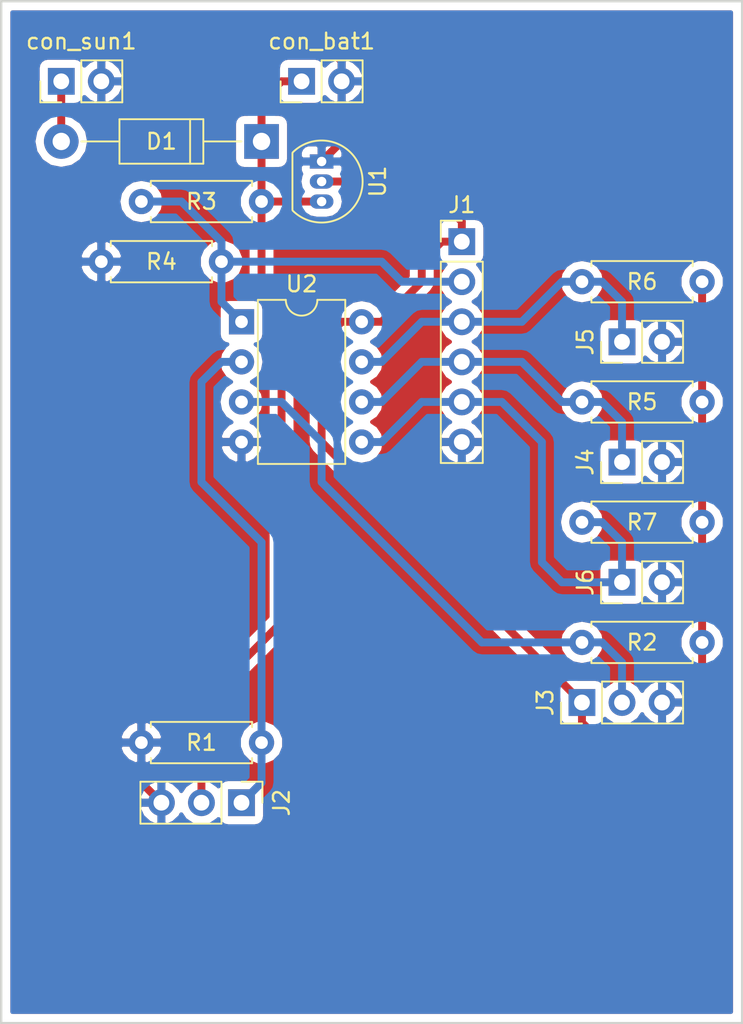
<source format=kicad_pcb>
(kicad_pcb (version 4) (host pcbnew 4.0.7)

  (general
    (links 39)
    (no_connects 0)
    (area 124.384999 72.314999 171.525001 137.235001)
    (thickness 1.6)
    (drawings 5)
    (tracks 110)
    (zones 0)
    (modules 18)
    (nets 11)
  )

  (page A4)
  (layers
    (0 F.Cu signal hide)
    (31 B.Cu signal)
    (32 B.Adhes user)
    (33 F.Adhes user)
    (34 B.Paste user)
    (35 F.Paste user)
    (36 B.SilkS user)
    (37 F.SilkS user)
    (38 B.Mask user)
    (39 F.Mask user)
    (40 Dwgs.User user)
    (41 Cmts.User user)
    (42 Eco1.User user)
    (43 Eco2.User user)
    (44 Edge.Cuts user)
    (45 Margin user)
    (46 B.CrtYd user)
    (47 F.CrtYd user)
    (48 B.Fab user hide)
    (49 F.Fab user)
  )

  (setup
    (last_trace_width 0.5)
    (trace_clearance 0.254)
    (zone_clearance 0.508)
    (zone_45_only no)
    (trace_min 0.5)
    (segment_width 0.2)
    (edge_width 0.15)
    (via_size 0.6)
    (via_drill 0.4)
    (via_min_size 0.4)
    (via_min_drill 0.3)
    (uvia_size 0.3)
    (uvia_drill 0.1)
    (uvias_allowed no)
    (uvia_min_size 0.2)
    (uvia_min_drill 0.1)
    (pcb_text_width 0.3)
    (pcb_text_size 1.5 1.5)
    (mod_edge_width 0.15)
    (mod_text_size 1 1)
    (mod_text_width 0.15)
    (pad_size 2 2)
    (pad_drill 0.762)
    (pad_to_mask_clearance 0.2)
    (aux_axis_origin 0 0)
    (visible_elements FFFDFFFF)
    (pcbplotparams
      (layerselection 0x010f0_80000001)
      (usegerberextensions false)
      (excludeedgelayer true)
      (linewidth 0.100000)
      (plotframeref false)
      (viasonmask false)
      (mode 1)
      (useauxorigin false)
      (hpglpennumber 1)
      (hpglpenspeed 20)
      (hpglpendiameter 15)
      (hpglpenoverlay 2)
      (psnegative false)
      (psa4output false)
      (plotreference true)
      (plotvalue true)
      (plotinvisibletext true)
      (padsonsilk true)
      (subtractmaskfromsilk false)
      (outputformat 1)
      (mirror false)
      (drillshape 0)
      (scaleselection 1)
      (outputdirectory ../../../../../../home/christian/))
  )

  (net 0 "")
  (net 1 +BATT)
  (net 2 GND)
  (net 3 /DHT22)
  (net 4 +3V3)
  (net 5 /MOSI)
  (net 6 /RFTX)
  (net 7 /SUN)
  (net 8 /SCK)
  (net 9 /MISO)
  (net 10 /RST)

  (net_class Default "This is the default net class."
    (clearance 0.254)
    (trace_width 0.5)
    (via_dia 0.6)
    (via_drill 0.4)
    (uvia_dia 0.3)
    (uvia_drill 0.1)
    (add_net +3V3)
    (add_net +BATT)
    (add_net /DHT22)
    (add_net /MISO)
    (add_net /MOSI)
    (add_net /RFTX)
    (add_net /RST)
    (add_net /SCK)
    (add_net /SUN)
    (add_net GND)
  )

  (module Pin_Headers:Pin_Header_Straight_1x03_Pitch2.54mm (layer F.Cu) (tedit 5A82E2A7) (tstamp 5A47A3B5)
    (at 161.29 116.84 90)
    (descr "Through hole straight pin header, 1x03, 2.54mm pitch, single row")
    (tags "Through hole pin header THT 1x03 2.54mm single row")
    (path /5A47AFD5)
    (fp_text reference J3 (at 0 -2.33 90) (layer F.SilkS)
      (effects (font (size 1 1) (thickness 0.15)))
    )
    (fp_text value DHT22 (at 0 7.62 90) (layer F.Fab)
      (effects (font (size 1 1) (thickness 0.15)))
    )
    (fp_line (start -0.635 -1.27) (end 1.27 -1.27) (layer F.Fab) (width 0.1))
    (fp_line (start 1.27 -1.27) (end 1.27 6.35) (layer F.Fab) (width 0.1))
    (fp_line (start 1.27 6.35) (end -1.27 6.35) (layer F.Fab) (width 0.1))
    (fp_line (start -1.27 6.35) (end -1.27 -0.635) (layer F.Fab) (width 0.1))
    (fp_line (start -1.27 -0.635) (end -0.635 -1.27) (layer F.Fab) (width 0.1))
    (fp_line (start -1.33 6.41) (end 1.33 6.41) (layer F.SilkS) (width 0.12))
    (fp_line (start -1.33 1.27) (end -1.33 6.41) (layer F.SilkS) (width 0.12))
    (fp_line (start 1.33 1.27) (end 1.33 6.41) (layer F.SilkS) (width 0.12))
    (fp_line (start -1.33 1.27) (end 1.33 1.27) (layer F.SilkS) (width 0.12))
    (fp_line (start -1.33 0) (end -1.33 -1.33) (layer F.SilkS) (width 0.12))
    (fp_line (start -1.33 -1.33) (end 0 -1.33) (layer F.SilkS) (width 0.12))
    (fp_line (start -1.8 -1.8) (end -1.8 6.85) (layer F.CrtYd) (width 0.05))
    (fp_line (start -1.8 6.85) (end 1.8 6.85) (layer F.CrtYd) (width 0.05))
    (fp_line (start 1.8 6.85) (end 1.8 -1.8) (layer F.CrtYd) (width 0.05))
    (fp_line (start 1.8 -1.8) (end -1.8 -1.8) (layer F.CrtYd) (width 0.05))
    (fp_text user %R (at 0 -2.54 180) (layer F.Fab)
      (effects (font (size 1 1) (thickness 0.15)))
    )
    (pad 1 thru_hole rect (at 0 0 90) (size 1.7 1.7) (drill 1) (layers *.Cu *.Mask)
      (net 4 +3V3))
    (pad 2 thru_hole oval (at 0 2.54 90) (size 1.7 1.7) (drill 1) (layers *.Cu *.Mask)
      (net 3 /DHT22))
    (pad 3 thru_hole oval (at 0 5.08 90) (size 1.7 1.7) (drill 1) (layers *.Cu *.Mask)
      (net 2 GND))
    (model ${KISYS3DMOD}/Pin_Headers.3dshapes/Pin_Header_Straight_1x03_Pitch2.54mm.wrl
      (at (xyz 0 0 0))
      (scale (xyz 1 1 1))
      (rotate (xyz 0 0 0))
    )
  )

  (module Pin_Headers:Pin_Header_Straight_1x02_Pitch2.54mm (layer F.Cu) (tedit 5A82E298) (tstamp 5A464B58)
    (at 143.51 77.47 90)
    (descr "Through hole straight pin header, 1x02, 2.54mm pitch, single row")
    (tags "Through hole pin header THT 1x02 2.54mm single row")
    (path /5A4735FC)
    (fp_text reference con_bat1 (at 2.54 1.27 180) (layer F.SilkS)
      (effects (font (size 1 1) (thickness 0.15)))
    )
    (fp_text value BATT (at 0 6.35 180) (layer F.Fab)
      (effects (font (size 1 1) (thickness 0.15)))
    )
    (fp_line (start -0.635 -1.27) (end 1.27 -1.27) (layer F.Fab) (width 0.1))
    (fp_line (start 1.27 -1.27) (end 1.27 3.81) (layer F.Fab) (width 0.1))
    (fp_line (start 1.27 3.81) (end -1.27 3.81) (layer F.Fab) (width 0.1))
    (fp_line (start -1.27 3.81) (end -1.27 -0.635) (layer F.Fab) (width 0.1))
    (fp_line (start -1.27 -0.635) (end -0.635 -1.27) (layer F.Fab) (width 0.1))
    (fp_line (start -1.33 3.87) (end 1.33 3.87) (layer F.SilkS) (width 0.12))
    (fp_line (start -1.33 1.27) (end -1.33 3.87) (layer F.SilkS) (width 0.12))
    (fp_line (start 1.33 1.27) (end 1.33 3.87) (layer F.SilkS) (width 0.12))
    (fp_line (start -1.33 1.27) (end 1.33 1.27) (layer F.SilkS) (width 0.12))
    (fp_line (start -1.33 0) (end -1.33 -1.33) (layer F.SilkS) (width 0.12))
    (fp_line (start -1.33 -1.33) (end 0 -1.33) (layer F.SilkS) (width 0.12))
    (fp_line (start -1.8 -1.8) (end -1.8 4.35) (layer F.CrtYd) (width 0.05))
    (fp_line (start -1.8 4.35) (end 1.8 4.35) (layer F.CrtYd) (width 0.05))
    (fp_line (start 1.8 4.35) (end 1.8 -1.8) (layer F.CrtYd) (width 0.05))
    (fp_line (start 1.8 -1.8) (end -1.8 -1.8) (layer F.CrtYd) (width 0.05))
    (fp_text user %R (at 2.54 1.27 180) (layer F.Fab)
      (effects (font (size 1 1) (thickness 0.15)))
    )
    (pad 1 thru_hole rect (at 0 0 90) (size 1.7 1.7) (drill 1) (layers *.Cu *.Mask)
      (net 1 +BATT))
    (pad 2 thru_hole oval (at 0 2.54 90) (size 1.7 1.7) (drill 1) (layers *.Cu *.Mask)
      (net 2 GND))
    (model ${KISYS3DMOD}/Pin_Headers.3dshapes/Pin_Header_Straight_1x02_Pitch2.54mm.wrl
      (at (xyz 0 0 0))
      (scale (xyz 1 1 1))
      (rotate (xyz 0 0 0))
    )
  )

  (module Pin_Headers:Pin_Header_Straight_1x02_Pitch2.54mm (layer F.Cu) (tedit 5A82E297) (tstamp 5A464B72)
    (at 128.27 77.47 90)
    (descr "Through hole straight pin header, 1x02, 2.54mm pitch, single row")
    (tags "Through hole pin header THT 1x02 2.54mm single row")
    (path /5A47356F)
    (fp_text reference con_sun1 (at 2.54 1.27 180) (layer F.SilkS)
      (effects (font (size 1 1) (thickness 0.15)))
    )
    (fp_text value SUN (at 0 6.35 180) (layer F.Fab)
      (effects (font (size 1 1) (thickness 0.15)))
    )
    (fp_line (start -0.635 -1.27) (end 1.27 -1.27) (layer F.Fab) (width 0.1))
    (fp_line (start 1.27 -1.27) (end 1.27 3.81) (layer F.Fab) (width 0.1))
    (fp_line (start 1.27 3.81) (end -1.27 3.81) (layer F.Fab) (width 0.1))
    (fp_line (start -1.27 3.81) (end -1.27 -0.635) (layer F.Fab) (width 0.1))
    (fp_line (start -1.27 -0.635) (end -0.635 -1.27) (layer F.Fab) (width 0.1))
    (fp_line (start -1.33 3.87) (end 1.33 3.87) (layer F.SilkS) (width 0.12))
    (fp_line (start -1.33 1.27) (end -1.33 3.87) (layer F.SilkS) (width 0.12))
    (fp_line (start 1.33 1.27) (end 1.33 3.87) (layer F.SilkS) (width 0.12))
    (fp_line (start -1.33 1.27) (end 1.33 1.27) (layer F.SilkS) (width 0.12))
    (fp_line (start -1.33 0) (end -1.33 -1.33) (layer F.SilkS) (width 0.12))
    (fp_line (start -1.33 -1.33) (end 0 -1.33) (layer F.SilkS) (width 0.12))
    (fp_line (start -1.8 -1.8) (end -1.8 4.35) (layer F.CrtYd) (width 0.05))
    (fp_line (start -1.8 4.35) (end 1.8 4.35) (layer F.CrtYd) (width 0.05))
    (fp_line (start 1.8 4.35) (end 1.8 -1.8) (layer F.CrtYd) (width 0.05))
    (fp_line (start 1.8 -1.8) (end -1.8 -1.8) (layer F.CrtYd) (width 0.05))
    (fp_text user %R (at 2.54 1.27 180) (layer F.Fab)
      (effects (font (size 1 1) (thickness 0.15)))
    )
    (pad 1 thru_hole rect (at 0 0 90) (size 1.7 1.7) (drill 1) (layers *.Cu *.Mask)
      (net 7 /SUN))
    (pad 2 thru_hole oval (at 0 2.54 90) (size 1.7 1.7) (drill 1) (layers *.Cu *.Mask)
      (net 2 GND))
    (model ${KISYS3DMOD}/Pin_Headers.3dshapes/Pin_Header_Straight_1x02_Pitch2.54mm.wrl
      (at (xyz 0 0 0))
      (scale (xyz 1 1 1))
      (rotate (xyz 0 0 0))
    )
  )

  (module Diodes_THT:D_DO-41_SOD81_P12.70mm_Horizontal (layer F.Cu) (tedit 5A82E2D3) (tstamp 5A464B84)
    (at 140.97 81.28 180)
    (descr "D, DO-41_SOD81 series, Axial, Horizontal, pin pitch=12.7mm, , length*diameter=5.2*2.7mm^2, , http://www.diodes.com/_files/packages/DO-41%20(Plastic).pdf")
    (tags "D DO-41_SOD81 series Axial Horizontal pin pitch 12.7mm  length 5.2mm diameter 2.7mm")
    (path /594FB69F)
    (fp_text reference D1 (at 6.35 0 180) (layer F.SilkS)
      (effects (font (size 1 1) (thickness 0.15)))
    )
    (fp_text value shottky (at 6.35 0 180) (layer F.Fab)
      (effects (font (size 1 1) (thickness 0.15)))
    )
    (fp_text user %R (at 2.54 1.27 180) (layer F.Fab)
      (effects (font (size 1 1) (thickness 0.15)))
    )
    (fp_line (start 3.75 -1.35) (end 3.75 1.35) (layer F.Fab) (width 0.1))
    (fp_line (start 3.75 1.35) (end 8.95 1.35) (layer F.Fab) (width 0.1))
    (fp_line (start 8.95 1.35) (end 8.95 -1.35) (layer F.Fab) (width 0.1))
    (fp_line (start 8.95 -1.35) (end 3.75 -1.35) (layer F.Fab) (width 0.1))
    (fp_line (start 0 0) (end 3.75 0) (layer F.Fab) (width 0.1))
    (fp_line (start 12.7 0) (end 8.95 0) (layer F.Fab) (width 0.1))
    (fp_line (start 4.53 -1.35) (end 4.53 1.35) (layer F.Fab) (width 0.1))
    (fp_line (start 3.69 -1.41) (end 3.69 1.41) (layer F.SilkS) (width 0.12))
    (fp_line (start 3.69 1.41) (end 9.01 1.41) (layer F.SilkS) (width 0.12))
    (fp_line (start 9.01 1.41) (end 9.01 -1.41) (layer F.SilkS) (width 0.12))
    (fp_line (start 9.01 -1.41) (end 3.69 -1.41) (layer F.SilkS) (width 0.12))
    (fp_line (start 1.28 0) (end 3.69 0) (layer F.SilkS) (width 0.12))
    (fp_line (start 11.42 0) (end 9.01 0) (layer F.SilkS) (width 0.12))
    (fp_line (start 4.53 -1.41) (end 4.53 1.41) (layer F.SilkS) (width 0.12))
    (fp_line (start -1.35 -1.7) (end -1.35 1.7) (layer F.CrtYd) (width 0.05))
    (fp_line (start -1.35 1.7) (end 14.05 1.7) (layer F.CrtYd) (width 0.05))
    (fp_line (start 14.05 1.7) (end 14.05 -1.7) (layer F.CrtYd) (width 0.05))
    (fp_line (start 14.05 -1.7) (end -1.35 -1.7) (layer F.CrtYd) (width 0.05))
    (pad 1 thru_hole rect (at 0 0 180) (size 2.2 2.2) (drill 1.1) (layers *.Cu *.Mask)
      (net 1 +BATT))
    (pad 2 thru_hole oval (at 12.7 0 180) (size 2.2 2.2) (drill 1.1) (layers *.Cu *.Mask)
      (net 7 /SUN))
    (model ${KISYS3DMOD}/Diodes_THT.3dshapes/D_DO-41_SOD81_P12.70mm_Horizontal.wrl
      (at (xyz 0 0 0))
      (scale (xyz 0.393701 0.393701 0.393701))
      (rotate (xyz 0 0 0))
    )
  )

  (module Housings_DIP:DIP-8_W7.62mm (layer F.Cu) (tedit 5A82E2F1) (tstamp 5A464BBF)
    (at 139.7 92.71)
    (descr "8-lead dip package, row spacing 7.62 mm (300 mils)")
    (tags "DIL DIP PDIP 2.54mm 7.62mm 300mil")
    (path /594FB4D7)
    (fp_text reference U2 (at 3.81 -2.39) (layer F.SilkS)
      (effects (font (size 1 1) (thickness 0.15)))
    )
    (fp_text value ATTINY85-20PU (at 3.81 10.16) (layer F.Fab)
      (effects (font (size 1 1) (thickness 0.15)))
    )
    (fp_text user %R (at 2.54 -2.54) (layer F.Fab)
      (effects (font (size 1 1) (thickness 0.15)))
    )
    (fp_line (start 1.635 -1.27) (end 6.985 -1.27) (layer F.Fab) (width 0.1))
    (fp_line (start 6.985 -1.27) (end 6.985 8.89) (layer F.Fab) (width 0.1))
    (fp_line (start 6.985 8.89) (end 0.635 8.89) (layer F.Fab) (width 0.1))
    (fp_line (start 0.635 8.89) (end 0.635 -0.27) (layer F.Fab) (width 0.1))
    (fp_line (start 0.635 -0.27) (end 1.635 -1.27) (layer F.Fab) (width 0.1))
    (fp_line (start 2.81 -1.39) (end 1.04 -1.39) (layer F.SilkS) (width 0.12))
    (fp_line (start 1.04 -1.39) (end 1.04 9.01) (layer F.SilkS) (width 0.12))
    (fp_line (start 1.04 9.01) (end 6.58 9.01) (layer F.SilkS) (width 0.12))
    (fp_line (start 6.58 9.01) (end 6.58 -1.39) (layer F.SilkS) (width 0.12))
    (fp_line (start 6.58 -1.39) (end 4.81 -1.39) (layer F.SilkS) (width 0.12))
    (fp_line (start -1.1 -1.6) (end -1.1 9.2) (layer F.CrtYd) (width 0.05))
    (fp_line (start -1.1 9.2) (end 8.7 9.2) (layer F.CrtYd) (width 0.05))
    (fp_line (start 8.7 9.2) (end 8.7 -1.6) (layer F.CrtYd) (width 0.05))
    (fp_line (start 8.7 -1.6) (end -1.1 -1.6) (layer F.CrtYd) (width 0.05))
    (fp_arc (start 3.81 -1.39) (end 2.81 -1.39) (angle -180) (layer F.SilkS) (width 0.12))
    (pad 1 thru_hole rect (at 0 0) (size 1.6 1.6) (drill 0.8) (layers *.Cu *.Mask)
      (net 10 /RST))
    (pad 5 thru_hole oval (at 7.62 7.62) (size 1.6 1.6) (drill 0.8) (layers *.Cu *.Mask)
      (net 5 /MOSI))
    (pad 2 thru_hole oval (at 0 2.54) (size 1.6 1.6) (drill 0.8) (layers *.Cu *.Mask)
      (net 6 /RFTX))
    (pad 6 thru_hole oval (at 7.62 5.08) (size 1.6 1.6) (drill 0.8) (layers *.Cu *.Mask)
      (net 9 /MISO))
    (pad 3 thru_hole oval (at 0 5.08) (size 1.6 1.6) (drill 0.8) (layers *.Cu *.Mask)
      (net 3 /DHT22))
    (pad 7 thru_hole oval (at 7.62 2.54) (size 1.6 1.6) (drill 0.8) (layers *.Cu *.Mask)
      (net 8 /SCK))
    (pad 4 thru_hole oval (at 0 7.62) (size 1.6 1.6) (drill 0.8) (layers *.Cu *.Mask)
      (net 2 GND))
    (pad 8 thru_hole oval (at 7.62 0) (size 1.6 1.6) (drill 0.8) (layers *.Cu *.Mask)
      (net 4 +3V3))
    (model ${KISYS3DMOD}/Housings_DIP.3dshapes/DIP-8_W7.62mm.wrl
      (at (xyz 0 0 0))
      (scale (xyz 1 1 1))
      (rotate (xyz 0 0 0))
    )
  )

  (module TO_SOT_Packages_THT:TO-92_Inline_Narrow_Oval (layer F.Cu) (tedit 5A82E2E8) (tstamp 5A465D1C)
    (at 144.78 82.55 270)
    (descr "TO-92 leads in-line, narrow, oval pads, drill 0.6mm (see NXP sot054_po.pdf)")
    (tags "to-92 sc-43 sc-43a sot54 PA33 transistor")
    (path /5A466099)
    (fp_text reference U1 (at 1.27 -3.56 270) (layer F.SilkS)
      (effects (font (size 1 1) (thickness 0.15)))
    )
    (fp_text value MCP1700 (at 1.27 -3.81 270) (layer F.Fab)
      (effects (font (size 1 1) (thickness 0.15)))
    )
    (fp_text user %R (at 3.81 -2.54 270) (layer F.Fab)
      (effects (font (size 1 1) (thickness 0.15)))
    )
    (fp_line (start -0.53 1.85) (end 3.07 1.85) (layer F.SilkS) (width 0.12))
    (fp_line (start -0.5 1.75) (end 3 1.75) (layer F.Fab) (width 0.1))
    (fp_line (start -1.46 -2.73) (end 4 -2.73) (layer F.CrtYd) (width 0.05))
    (fp_line (start -1.46 -2.73) (end -1.46 2.01) (layer F.CrtYd) (width 0.05))
    (fp_line (start 4 2.01) (end 4 -2.73) (layer F.CrtYd) (width 0.05))
    (fp_line (start 4 2.01) (end -1.46 2.01) (layer F.CrtYd) (width 0.05))
    (fp_arc (start 1.27 0) (end 1.27 -2.48) (angle 135) (layer F.Fab) (width 0.1))
    (fp_arc (start 1.27 0) (end 1.27 -2.6) (angle -135) (layer F.SilkS) (width 0.12))
    (fp_arc (start 1.27 0) (end 1.27 -2.48) (angle -135) (layer F.Fab) (width 0.1))
    (fp_arc (start 1.27 0) (end 1.27 -2.6) (angle 135) (layer F.SilkS) (width 0.12))
    (pad 2 thru_hole oval (at 1.27 0 90) (size 0.9 1.5) (drill 0.6) (layers *.Cu *.Mask)
      (net 4 +3V3))
    (pad 3 thru_hole oval (at 2.54 0 90) (size 0.9 1.5) (drill 0.6) (layers *.Cu *.Mask)
      (net 1 +BATT))
    (pad 1 thru_hole rect (at 0 0 90) (size 0.9 1.5) (drill 0.6) (layers *.Cu *.Mask)
      (net 2 GND))
    (model ${KISYS3DMOD}/TO_SOT_Packages_THT.3dshapes/TO-92_Inline_Narrow_Oval.wrl
      (at (xyz 0.05 0 0))
      (scale (xyz 1 1 1))
      (rotate (xyz 0 0 -90))
    )
  )

  (module Pin_Headers:Pin_Header_Straight_1x06_Pitch2.54mm (layer F.Cu) (tedit 5A82E0D5) (tstamp 5A467402)
    (at 153.67 87.63)
    (descr "Through hole straight pin header, 1x06, 2.54mm pitch, single row")
    (tags "Through hole pin header THT 1x06 2.54mm single row")
    (path /5A467D4C)
    (fp_text reference J1 (at 0 -2.33) (layer F.SilkS)
      (effects (font (size 1 1) (thickness 0.15)))
    )
    (fp_text value ICSP (at 0 15.24) (layer F.Fab)
      (effects (font (size 1 1) (thickness 0.15)))
    )
    (fp_line (start -0.635 -1.27) (end 1.27 -1.27) (layer F.Fab) (width 0.1))
    (fp_line (start 1.27 -1.27) (end 1.27 13.97) (layer F.Fab) (width 0.1))
    (fp_line (start 1.27 13.97) (end -1.27 13.97) (layer F.Fab) (width 0.1))
    (fp_line (start -1.27 13.97) (end -1.27 -0.635) (layer F.Fab) (width 0.1))
    (fp_line (start -1.27 -0.635) (end -0.635 -1.27) (layer F.Fab) (width 0.1))
    (fp_line (start -1.33 14.03) (end 1.33 14.03) (layer F.SilkS) (width 0.12))
    (fp_line (start -1.33 1.27) (end -1.33 14.03) (layer F.SilkS) (width 0.12))
    (fp_line (start 1.33 1.27) (end 1.33 14.03) (layer F.SilkS) (width 0.12))
    (fp_line (start -1.33 1.27) (end 1.33 1.27) (layer F.SilkS) (width 0.12))
    (fp_line (start -1.33 0) (end -1.33 -1.33) (layer F.SilkS) (width 0.12))
    (fp_line (start -1.33 -1.33) (end 0 -1.33) (layer F.SilkS) (width 0.12))
    (fp_line (start -1.8 -1.8) (end -1.8 14.5) (layer F.CrtYd) (width 0.05))
    (fp_line (start -1.8 14.5) (end 1.8 14.5) (layer F.CrtYd) (width 0.05))
    (fp_line (start 1.8 14.5) (end 1.8 -1.8) (layer F.CrtYd) (width 0.05))
    (fp_line (start 1.8 -1.8) (end -1.8 -1.8) (layer F.CrtYd) (width 0.05))
    (fp_text user %R (at -2.54 6.35 90) (layer F.Fab)
      (effects (font (size 1 1) (thickness 0.15)))
    )
    (pad 1 thru_hole rect (at 0 0) (size 1.7 1.7) (drill 1) (layers *.Cu *.Mask)
      (net 4 +3V3))
    (pad 2 thru_hole oval (at 0 2.54) (size 1.7 1.7) (drill 1) (layers *.Cu *.Mask)
      (net 10 /RST))
    (pad 3 thru_hole oval (at 0 5.08) (size 1.7 1.7) (drill 1) (layers *.Cu *.Mask)
      (net 8 /SCK))
    (pad 4 thru_hole oval (at 0 7.62) (size 1.7 1.7) (drill 1) (layers *.Cu *.Mask)
      (net 9 /MISO))
    (pad 5 thru_hole oval (at 0 10.16) (size 1.7 1.7) (drill 1) (layers *.Cu *.Mask)
      (net 5 /MOSI))
    (pad 6 thru_hole oval (at 0 12.7) (size 1.7 1.7) (drill 1) (layers *.Cu *.Mask)
      (net 2 GND))
    (model ${KISYS3DMOD}/Pin_Headers.3dshapes/Pin_Header_Straight_1x06_Pitch2.54mm.wrl
      (at (xyz 0 0 0))
      (scale (xyz 1 1 1))
      (rotate (xyz 0 0 0))
    )
  )

  (module Resistors_THT:R_Axial_DIN0207_L6.3mm_D2.5mm_P7.62mm_Horizontal (layer F.Cu) (tedit 5A82E0B7) (tstamp 5A467736)
    (at 168.91 105.41 180)
    (descr "Resistor, Axial_DIN0207 series, Axial, Horizontal, pin pitch=7.62mm, 0.25W = 1/4W, length*diameter=6.3*2.5mm^2, http://cdn-reichelt.de/documents/datenblatt/B400/1_4W%23YAG.pdf")
    (tags "Resistor Axial_DIN0207 series Axial Horizontal pin pitch 7.62mm 0.25W = 1/4W length 6.3mm diameter 2.5mm")
    (path /594FB669)
    (fp_text reference R7 (at 3.81 0 180) (layer F.SilkS)
      (effects (font (size 1 1) (thickness 0.15)))
    )
    (fp_text value 10K (at 3.81 0 180) (layer F.Fab)
      (effects (font (size 1 1) (thickness 0.15)))
    )
    (fp_line (start 0.66 -1.25) (end 0.66 1.25) (layer F.Fab) (width 0.1))
    (fp_line (start 0.66 1.25) (end 6.96 1.25) (layer F.Fab) (width 0.1))
    (fp_line (start 6.96 1.25) (end 6.96 -1.25) (layer F.Fab) (width 0.1))
    (fp_line (start 6.96 -1.25) (end 0.66 -1.25) (layer F.Fab) (width 0.1))
    (fp_line (start 0 0) (end 0.66 0) (layer F.Fab) (width 0.1))
    (fp_line (start 7.62 0) (end 6.96 0) (layer F.Fab) (width 0.1))
    (fp_line (start 0.6 -0.98) (end 0.6 -1.31) (layer F.SilkS) (width 0.12))
    (fp_line (start 0.6 -1.31) (end 7.02 -1.31) (layer F.SilkS) (width 0.12))
    (fp_line (start 7.02 -1.31) (end 7.02 -0.98) (layer F.SilkS) (width 0.12))
    (fp_line (start 0.6 0.98) (end 0.6 1.31) (layer F.SilkS) (width 0.12))
    (fp_line (start 0.6 1.31) (end 7.02 1.31) (layer F.SilkS) (width 0.12))
    (fp_line (start 7.02 1.31) (end 7.02 0.98) (layer F.SilkS) (width 0.12))
    (fp_line (start -1.05 -1.6) (end -1.05 1.6) (layer F.CrtYd) (width 0.05))
    (fp_line (start -1.05 1.6) (end 8.7 1.6) (layer F.CrtYd) (width 0.05))
    (fp_line (start 8.7 1.6) (end 8.7 -1.6) (layer F.CrtYd) (width 0.05))
    (fp_line (start 8.7 -1.6) (end -1.05 -1.6) (layer F.CrtYd) (width 0.05))
    (pad 1 thru_hole circle (at 0 0 180) (size 1.6 1.6) (drill 0.8) (layers *.Cu *.Mask)
      (net 4 +3V3))
    (pad 2 thru_hole oval (at 7.62 0 180) (size 1.6 1.6) (drill 0.8) (layers *.Cu *.Mask)
      (net 5 /MOSI))
    (model ${KISYS3DMOD}/Resistors_THT.3dshapes/R_Axial_DIN0207_L6.3mm_D2.5mm_P7.62mm_Horizontal.wrl
      (at (xyz 0 0 0))
      (scale (xyz 0.393701 0.393701 0.393701))
      (rotate (xyz 0 0 0))
    )
  )

  (module Resistors_THT:R_Axial_DIN0207_L6.3mm_D2.5mm_P7.62mm_Horizontal (layer F.Cu) (tedit 5A82E0A8) (tstamp 5A46773B)
    (at 168.91 97.79 180)
    (descr "Resistor, Axial_DIN0207 series, Axial, Horizontal, pin pitch=7.62mm, 0.25W = 1/4W, length*diameter=6.3*2.5mm^2, http://cdn-reichelt.de/documents/datenblatt/B400/1_4W%23YAG.pdf")
    (tags "Resistor Axial_DIN0207 series Axial Horizontal pin pitch 7.62mm 0.25W = 1/4W length 6.3mm diameter 2.5mm")
    (path /599B8E52)
    (fp_text reference R5 (at 3.81 0 180) (layer F.SilkS)
      (effects (font (size 1 1) (thickness 0.15)))
    )
    (fp_text value 10K (at 3.81 0 180) (layer F.Fab)
      (effects (font (size 1 1) (thickness 0.15)))
    )
    (fp_line (start 0.66 -1.25) (end 0.66 1.25) (layer F.Fab) (width 0.1))
    (fp_line (start 0.66 1.25) (end 6.96 1.25) (layer F.Fab) (width 0.1))
    (fp_line (start 6.96 1.25) (end 6.96 -1.25) (layer F.Fab) (width 0.1))
    (fp_line (start 6.96 -1.25) (end 0.66 -1.25) (layer F.Fab) (width 0.1))
    (fp_line (start 0 0) (end 0.66 0) (layer F.Fab) (width 0.1))
    (fp_line (start 7.62 0) (end 6.96 0) (layer F.Fab) (width 0.1))
    (fp_line (start 0.6 -0.98) (end 0.6 -1.31) (layer F.SilkS) (width 0.12))
    (fp_line (start 0.6 -1.31) (end 7.02 -1.31) (layer F.SilkS) (width 0.12))
    (fp_line (start 7.02 -1.31) (end 7.02 -0.98) (layer F.SilkS) (width 0.12))
    (fp_line (start 0.6 0.98) (end 0.6 1.31) (layer F.SilkS) (width 0.12))
    (fp_line (start 0.6 1.31) (end 7.02 1.31) (layer F.SilkS) (width 0.12))
    (fp_line (start 7.02 1.31) (end 7.02 0.98) (layer F.SilkS) (width 0.12))
    (fp_line (start -1.05 -1.6) (end -1.05 1.6) (layer F.CrtYd) (width 0.05))
    (fp_line (start -1.05 1.6) (end 8.7 1.6) (layer F.CrtYd) (width 0.05))
    (fp_line (start 8.7 1.6) (end 8.7 -1.6) (layer F.CrtYd) (width 0.05))
    (fp_line (start 8.7 -1.6) (end -1.05 -1.6) (layer F.CrtYd) (width 0.05))
    (pad 1 thru_hole circle (at 0 0 180) (size 1.6 1.6) (drill 0.8) (layers *.Cu *.Mask)
      (net 4 +3V3))
    (pad 2 thru_hole oval (at 7.62 0 180) (size 1.6 1.6) (drill 0.8) (layers *.Cu *.Mask)
      (net 9 /MISO))
    (model ${KISYS3DMOD}/Resistors_THT.3dshapes/R_Axial_DIN0207_L6.3mm_D2.5mm_P7.62mm_Horizontal.wrl
      (at (xyz 0 0 0))
      (scale (xyz 0.393701 0.393701 0.393701))
      (rotate (xyz 0 0 0))
    )
  )

  (module Resistors_THT:R_Axial_DIN0207_L6.3mm_D2.5mm_P7.62mm_Horizontal (layer F.Cu) (tedit 5A82E0B3) (tstamp 5A467740)
    (at 168.91 90.17 180)
    (descr "Resistor, Axial_DIN0207 series, Axial, Horizontal, pin pitch=7.62mm, 0.25W = 1/4W, length*diameter=6.3*2.5mm^2, http://cdn-reichelt.de/documents/datenblatt/B400/1_4W%23YAG.pdf")
    (tags "Resistor Axial_DIN0207 series Axial Horizontal pin pitch 7.62mm 0.25W = 1/4W length 6.3mm diameter 2.5mm")
    (path /599B9487)
    (fp_text reference R6 (at 3.81 0 180) (layer F.SilkS)
      (effects (font (size 1 1) (thickness 0.15)))
    )
    (fp_text value 10K (at 3.81 0 180) (layer F.Fab)
      (effects (font (size 1 1) (thickness 0.15)))
    )
    (fp_line (start 0.66 -1.25) (end 0.66 1.25) (layer F.Fab) (width 0.1))
    (fp_line (start 0.66 1.25) (end 6.96 1.25) (layer F.Fab) (width 0.1))
    (fp_line (start 6.96 1.25) (end 6.96 -1.25) (layer F.Fab) (width 0.1))
    (fp_line (start 6.96 -1.25) (end 0.66 -1.25) (layer F.Fab) (width 0.1))
    (fp_line (start 0 0) (end 0.66 0) (layer F.Fab) (width 0.1))
    (fp_line (start 7.62 0) (end 6.96 0) (layer F.Fab) (width 0.1))
    (fp_line (start 0.6 -0.98) (end 0.6 -1.31) (layer F.SilkS) (width 0.12))
    (fp_line (start 0.6 -1.31) (end 7.02 -1.31) (layer F.SilkS) (width 0.12))
    (fp_line (start 7.02 -1.31) (end 7.02 -0.98) (layer F.SilkS) (width 0.12))
    (fp_line (start 0.6 0.98) (end 0.6 1.31) (layer F.SilkS) (width 0.12))
    (fp_line (start 0.6 1.31) (end 7.02 1.31) (layer F.SilkS) (width 0.12))
    (fp_line (start 7.02 1.31) (end 7.02 0.98) (layer F.SilkS) (width 0.12))
    (fp_line (start -1.05 -1.6) (end -1.05 1.6) (layer F.CrtYd) (width 0.05))
    (fp_line (start -1.05 1.6) (end 8.7 1.6) (layer F.CrtYd) (width 0.05))
    (fp_line (start 8.7 1.6) (end 8.7 -1.6) (layer F.CrtYd) (width 0.05))
    (fp_line (start 8.7 -1.6) (end -1.05 -1.6) (layer F.CrtYd) (width 0.05))
    (pad 1 thru_hole circle (at 0 0 180) (size 1.6 1.6) (drill 0.8) (layers *.Cu *.Mask)
      (net 4 +3V3))
    (pad 2 thru_hole oval (at 7.62 0 180) (size 1.6 1.6) (drill 0.8) (layers *.Cu *.Mask)
      (net 8 /SCK))
    (model ${KISYS3DMOD}/Resistors_THT.3dshapes/R_Axial_DIN0207_L6.3mm_D2.5mm_P7.62mm_Horizontal.wrl
      (at (xyz 0 0 0))
      (scale (xyz 0.393701 0.393701 0.393701))
      (rotate (xyz 0 0 0))
    )
  )

  (module Resistors_THT:R_Axial_DIN0207_L6.3mm_D2.5mm_P7.62mm_Horizontal (layer F.Cu) (tedit 5A82E13B) (tstamp 5A46786A)
    (at 140.97 119.38 180)
    (descr "Resistor, Axial_DIN0207 series, Axial, Horizontal, pin pitch=7.62mm, 0.25W = 1/4W, length*diameter=6.3*2.5mm^2, http://cdn-reichelt.de/documents/datenblatt/B400/1_4W%23YAG.pdf")
    (tags "Resistor Axial_DIN0207 series Axial Horizontal pin pitch 7.62mm 0.25W = 1/4W length 6.3mm diameter 2.5mm")
    (path /5A469C7F)
    (fp_text reference R1 (at 3.81 0 180) (layer F.SilkS)
      (effects (font (size 1 1) (thickness 0.15)))
    )
    (fp_text value 10K (at 3.81 0 180) (layer F.Fab)
      (effects (font (size 1 1) (thickness 0.15)))
    )
    (fp_line (start 0.66 -1.25) (end 0.66 1.25) (layer F.Fab) (width 0.1))
    (fp_line (start 0.66 1.25) (end 6.96 1.25) (layer F.Fab) (width 0.1))
    (fp_line (start 6.96 1.25) (end 6.96 -1.25) (layer F.Fab) (width 0.1))
    (fp_line (start 6.96 -1.25) (end 0.66 -1.25) (layer F.Fab) (width 0.1))
    (fp_line (start 0 0) (end 0.66 0) (layer F.Fab) (width 0.1))
    (fp_line (start 7.62 0) (end 6.96 0) (layer F.Fab) (width 0.1))
    (fp_line (start 0.6 -0.98) (end 0.6 -1.31) (layer F.SilkS) (width 0.12))
    (fp_line (start 0.6 -1.31) (end 7.02 -1.31) (layer F.SilkS) (width 0.12))
    (fp_line (start 7.02 -1.31) (end 7.02 -0.98) (layer F.SilkS) (width 0.12))
    (fp_line (start 0.6 0.98) (end 0.6 1.31) (layer F.SilkS) (width 0.12))
    (fp_line (start 0.6 1.31) (end 7.02 1.31) (layer F.SilkS) (width 0.12))
    (fp_line (start 7.02 1.31) (end 7.02 0.98) (layer F.SilkS) (width 0.12))
    (fp_line (start -1.05 -1.6) (end -1.05 1.6) (layer F.CrtYd) (width 0.05))
    (fp_line (start -1.05 1.6) (end 8.7 1.6) (layer F.CrtYd) (width 0.05))
    (fp_line (start 8.7 1.6) (end 8.7 -1.6) (layer F.CrtYd) (width 0.05))
    (fp_line (start 8.7 -1.6) (end -1.05 -1.6) (layer F.CrtYd) (width 0.05))
    (pad 1 thru_hole circle (at 0 0 180) (size 1.6 1.6) (drill 0.8) (layers *.Cu *.Mask)
      (net 6 /RFTX))
    (pad 2 thru_hole oval (at 7.62 0 180) (size 1.6 1.6) (drill 0.8) (layers *.Cu *.Mask)
      (net 2 GND))
    (model ${KISYS3DMOD}/Resistors_THT.3dshapes/R_Axial_DIN0207_L6.3mm_D2.5mm_P7.62mm_Horizontal.wrl
      (at (xyz 0 0 0))
      (scale (xyz 0.393701 0.393701 0.393701))
      (rotate (xyz 0 0 0))
    )
  )

  (module Resistors_THT:R_Axial_DIN0207_L6.3mm_D2.5mm_P7.62mm_Horizontal (layer F.Cu) (tedit 5A82E10A) (tstamp 5A46EB35)
    (at 140.97 85.09 180)
    (descr "Resistor, Axial_DIN0207 series, Axial, Horizontal, pin pitch=7.62mm, 0.25W = 1/4W, length*diameter=6.3*2.5mm^2, http://cdn-reichelt.de/documents/datenblatt/B400/1_4W%23YAG.pdf")
    (tags "Resistor Axial_DIN0207 series Axial Horizontal pin pitch 7.62mm 0.25W = 1/4W length 6.3mm diameter 2.5mm")
    (path /594FB633)
    (fp_text reference R3 (at 3.81 0 180) (layer F.SilkS)
      (effects (font (size 1 1) (thickness 0.15)))
    )
    (fp_text value 22K (at 3.81 0 180) (layer F.Fab)
      (effects (font (size 1 1) (thickness 0.15)))
    )
    (fp_line (start 0.66 -1.25) (end 0.66 1.25) (layer F.Fab) (width 0.1))
    (fp_line (start 0.66 1.25) (end 6.96 1.25) (layer F.Fab) (width 0.1))
    (fp_line (start 6.96 1.25) (end 6.96 -1.25) (layer F.Fab) (width 0.1))
    (fp_line (start 6.96 -1.25) (end 0.66 -1.25) (layer F.Fab) (width 0.1))
    (fp_line (start 0 0) (end 0.66 0) (layer F.Fab) (width 0.1))
    (fp_line (start 7.62 0) (end 6.96 0) (layer F.Fab) (width 0.1))
    (fp_line (start 0.6 -0.98) (end 0.6 -1.31) (layer F.SilkS) (width 0.12))
    (fp_line (start 0.6 -1.31) (end 7.02 -1.31) (layer F.SilkS) (width 0.12))
    (fp_line (start 7.02 -1.31) (end 7.02 -0.98) (layer F.SilkS) (width 0.12))
    (fp_line (start 0.6 0.98) (end 0.6 1.31) (layer F.SilkS) (width 0.12))
    (fp_line (start 0.6 1.31) (end 7.02 1.31) (layer F.SilkS) (width 0.12))
    (fp_line (start 7.02 1.31) (end 7.02 0.98) (layer F.SilkS) (width 0.12))
    (fp_line (start -1.05 -1.6) (end -1.05 1.6) (layer F.CrtYd) (width 0.05))
    (fp_line (start -1.05 1.6) (end 8.7 1.6) (layer F.CrtYd) (width 0.05))
    (fp_line (start 8.7 1.6) (end 8.7 -1.6) (layer F.CrtYd) (width 0.05))
    (fp_line (start 8.7 -1.6) (end -1.05 -1.6) (layer F.CrtYd) (width 0.05))
    (pad 1 thru_hole circle (at 0 0 180) (size 1.6 1.6) (drill 0.8) (layers *.Cu *.Mask)
      (net 1 +BATT))
    (pad 2 thru_hole oval (at 7.62 0 180) (size 1.6 1.6) (drill 0.8) (layers *.Cu *.Mask)
      (net 10 /RST))
    (model ${KISYS3DMOD}/Resistors_THT.3dshapes/R_Axial_DIN0207_L6.3mm_D2.5mm_P7.62mm_Horizontal.wrl
      (at (xyz 0 0 0))
      (scale (xyz 0.393701 0.393701 0.393701))
      (rotate (xyz 0 0 0))
    )
  )

  (module Resistors_THT:R_Axial_DIN0207_L6.3mm_D2.5mm_P7.62mm_Horizontal (layer F.Cu) (tedit 5A82E18C) (tstamp 5A46EB4A)
    (at 138.43 88.9 180)
    (descr "Resistor, Axial_DIN0207 series, Axial, Horizontal, pin pitch=7.62mm, 0.25W = 1/4W, length*diameter=6.3*2.5mm^2, http://cdn-reichelt.de/documents/datenblatt/B400/1_4W%23YAG.pdf")
    (tags "Resistor Axial_DIN0207 series Axial Horizontal pin pitch 7.62mm 0.25W = 1/4W length 6.3mm diameter 2.5mm")
    (path /594FB5E0)
    (fp_text reference R4 (at 3.81 0 180) (layer F.SilkS)
      (effects (font (size 1 1) (thickness 0.15)))
    )
    (fp_text value 47K (at 3.81 0 180) (layer F.Fab)
      (effects (font (size 1 1) (thickness 0.15)))
    )
    (fp_line (start 0.66 -1.25) (end 0.66 1.25) (layer F.Fab) (width 0.1))
    (fp_line (start 0.66 1.25) (end 6.96 1.25) (layer F.Fab) (width 0.1))
    (fp_line (start 6.96 1.25) (end 6.96 -1.25) (layer F.Fab) (width 0.1))
    (fp_line (start 6.96 -1.25) (end 0.66 -1.25) (layer F.Fab) (width 0.1))
    (fp_line (start 0 0) (end 0.66 0) (layer F.Fab) (width 0.1))
    (fp_line (start 7.62 0) (end 6.96 0) (layer F.Fab) (width 0.1))
    (fp_line (start 0.6 -0.98) (end 0.6 -1.31) (layer F.SilkS) (width 0.12))
    (fp_line (start 0.6 -1.31) (end 7.02 -1.31) (layer F.SilkS) (width 0.12))
    (fp_line (start 7.02 -1.31) (end 7.02 -0.98) (layer F.SilkS) (width 0.12))
    (fp_line (start 0.6 0.98) (end 0.6 1.31) (layer F.SilkS) (width 0.12))
    (fp_line (start 0.6 1.31) (end 7.02 1.31) (layer F.SilkS) (width 0.12))
    (fp_line (start 7.02 1.31) (end 7.02 0.98) (layer F.SilkS) (width 0.12))
    (fp_line (start -1.05 -1.6) (end -1.05 1.6) (layer F.CrtYd) (width 0.05))
    (fp_line (start -1.05 1.6) (end 8.7 1.6) (layer F.CrtYd) (width 0.05))
    (fp_line (start 8.7 1.6) (end 8.7 -1.6) (layer F.CrtYd) (width 0.05))
    (fp_line (start 8.7 -1.6) (end -1.05 -1.6) (layer F.CrtYd) (width 0.05))
    (pad 1 thru_hole circle (at 0 0 180) (size 1.6 1.6) (drill 0.8) (layers *.Cu *.Mask)
      (net 10 /RST))
    (pad 2 thru_hole oval (at 7.62 0 180) (size 1.6 1.6) (drill 0.8) (layers *.Cu *.Mask)
      (net 2 GND))
    (model ${KISYS3DMOD}/Resistors_THT.3dshapes/R_Axial_DIN0207_L6.3mm_D2.5mm_P7.62mm_Horizontal.wrl
      (at (xyz 0 0 0))
      (scale (xyz 0.393701 0.393701 0.393701))
      (rotate (xyz 0 0 0))
    )
  )

  (module Resistors_THT:R_Axial_DIN0207_L6.3mm_D2.5mm_P7.62mm_Horizontal (layer F.Cu) (tedit 5A82E0BA) (tstamp 5A46EB74)
    (at 168.91 113.03 180)
    (descr "Resistor, Axial_DIN0207 series, Axial, Horizontal, pin pitch=7.62mm, 0.25W = 1/4W, length*diameter=6.3*2.5mm^2, http://cdn-reichelt.de/documents/datenblatt/B400/1_4W%23YAG.pdf")
    (tags "Resistor Axial_DIN0207 series Axial Horizontal pin pitch 7.62mm 0.25W = 1/4W length 6.3mm diameter 2.5mm")
    (path /5A46B1D0)
    (fp_text reference R2 (at 3.81 0 180) (layer F.SilkS)
      (effects (font (size 1 1) (thickness 0.15)))
    )
    (fp_text value 10K (at 3.81 0 180) (layer F.Fab)
      (effects (font (size 1 1) (thickness 0.15)))
    )
    (fp_line (start 0.66 -1.25) (end 0.66 1.25) (layer F.Fab) (width 0.1))
    (fp_line (start 0.66 1.25) (end 6.96 1.25) (layer F.Fab) (width 0.1))
    (fp_line (start 6.96 1.25) (end 6.96 -1.25) (layer F.Fab) (width 0.1))
    (fp_line (start 6.96 -1.25) (end 0.66 -1.25) (layer F.Fab) (width 0.1))
    (fp_line (start 0 0) (end 0.66 0) (layer F.Fab) (width 0.1))
    (fp_line (start 7.62 0) (end 6.96 0) (layer F.Fab) (width 0.1))
    (fp_line (start 0.6 -0.98) (end 0.6 -1.31) (layer F.SilkS) (width 0.12))
    (fp_line (start 0.6 -1.31) (end 7.02 -1.31) (layer F.SilkS) (width 0.12))
    (fp_line (start 7.02 -1.31) (end 7.02 -0.98) (layer F.SilkS) (width 0.12))
    (fp_line (start 0.6 0.98) (end 0.6 1.31) (layer F.SilkS) (width 0.12))
    (fp_line (start 0.6 1.31) (end 7.02 1.31) (layer F.SilkS) (width 0.12))
    (fp_line (start 7.02 1.31) (end 7.02 0.98) (layer F.SilkS) (width 0.12))
    (fp_line (start -1.05 -1.6) (end -1.05 1.6) (layer F.CrtYd) (width 0.05))
    (fp_line (start -1.05 1.6) (end 8.7 1.6) (layer F.CrtYd) (width 0.05))
    (fp_line (start 8.7 1.6) (end 8.7 -1.6) (layer F.CrtYd) (width 0.05))
    (fp_line (start 8.7 -1.6) (end -1.05 -1.6) (layer F.CrtYd) (width 0.05))
    (pad 1 thru_hole circle (at 0 0 180) (size 1.6 1.6) (drill 0.8) (layers *.Cu *.Mask)
      (net 4 +3V3))
    (pad 2 thru_hole oval (at 7.62 0 180) (size 1.6 1.6) (drill 0.8) (layers *.Cu *.Mask)
      (net 3 /DHT22))
    (model ${KISYS3DMOD}/Resistors_THT.3dshapes/R_Axial_DIN0207_L6.3mm_D2.5mm_P7.62mm_Horizontal.wrl
      (at (xyz 0 0 0))
      (scale (xyz 0.393701 0.393701 0.393701))
      (rotate (xyz 0 0 0))
    )
  )

  (module Pin_Headers:Pin_Header_Straight_1x02_Pitch2.54mm (layer F.Cu) (tedit 5A82E2AB) (tstamp 5A47A39E)
    (at 163.83 109.22 90)
    (descr "Through hole straight pin header, 1x02, 2.54mm pitch, single row")
    (tags "Through hole pin header THT 1x02 2.54mm single row")
    (path /5A47B467)
    (fp_text reference J6 (at 0 -2.33 90) (layer F.SilkS)
      (effects (font (size 1 1) (thickness 0.15)))
    )
    (fp_text value RAIN (at 0 5.08 90) (layer F.Fab)
      (effects (font (size 1 1) (thickness 0.15)))
    )
    (fp_line (start -0.635 -1.27) (end 1.27 -1.27) (layer F.Fab) (width 0.1))
    (fp_line (start 1.27 -1.27) (end 1.27 3.81) (layer F.Fab) (width 0.1))
    (fp_line (start 1.27 3.81) (end -1.27 3.81) (layer F.Fab) (width 0.1))
    (fp_line (start -1.27 3.81) (end -1.27 -0.635) (layer F.Fab) (width 0.1))
    (fp_line (start -1.27 -0.635) (end -0.635 -1.27) (layer F.Fab) (width 0.1))
    (fp_line (start -1.33 3.87) (end 1.33 3.87) (layer F.SilkS) (width 0.12))
    (fp_line (start -1.33 1.27) (end -1.33 3.87) (layer F.SilkS) (width 0.12))
    (fp_line (start 1.33 1.27) (end 1.33 3.87) (layer F.SilkS) (width 0.12))
    (fp_line (start -1.33 1.27) (end 1.33 1.27) (layer F.SilkS) (width 0.12))
    (fp_line (start -1.33 0) (end -1.33 -1.33) (layer F.SilkS) (width 0.12))
    (fp_line (start -1.33 -1.33) (end 0 -1.33) (layer F.SilkS) (width 0.12))
    (fp_line (start -1.8 -1.8) (end -1.8 4.35) (layer F.CrtYd) (width 0.05))
    (fp_line (start -1.8 4.35) (end 1.8 4.35) (layer F.CrtYd) (width 0.05))
    (fp_line (start 1.8 4.35) (end 1.8 -1.8) (layer F.CrtYd) (width 0.05))
    (fp_line (start 1.8 -1.8) (end -1.8 -1.8) (layer F.CrtYd) (width 0.05))
    (fp_text user %R (at 0 -2.54 180) (layer F.Fab)
      (effects (font (size 1 1) (thickness 0.15)))
    )
    (pad 1 thru_hole rect (at 0 0 90) (size 1.7 1.7) (drill 1) (layers *.Cu *.Mask)
      (net 5 /MOSI))
    (pad 2 thru_hole oval (at 0 2.54 90) (size 1.7 1.7) (drill 1) (layers *.Cu *.Mask)
      (net 2 GND))
    (model ${KISYS3DMOD}/Pin_Headers.3dshapes/Pin_Header_Straight_1x02_Pitch2.54mm.wrl
      (at (xyz 0 0 0))
      (scale (xyz 1 1 1))
      (rotate (xyz 0 0 0))
    )
  )

  (module Pin_Headers:Pin_Header_Straight_1x02_Pitch2.54mm (layer F.Cu) (tedit 5A82E2AE) (tstamp 5A47A3A8)
    (at 163.83 101.6 90)
    (descr "Through hole straight pin header, 1x02, 2.54mm pitch, single row")
    (tags "Through hole pin header THT 1x02 2.54mm single row")
    (path /5A47B19E)
    (fp_text reference J4 (at 0 -2.33 90) (layer F.SilkS)
      (effects (font (size 1 1) (thickness 0.15)))
    )
    (fp_text value WSPD (at 0 5.08 90) (layer F.Fab)
      (effects (font (size 1 1) (thickness 0.15)))
    )
    (fp_line (start -0.635 -1.27) (end 1.27 -1.27) (layer F.Fab) (width 0.1))
    (fp_line (start 1.27 -1.27) (end 1.27 3.81) (layer F.Fab) (width 0.1))
    (fp_line (start 1.27 3.81) (end -1.27 3.81) (layer F.Fab) (width 0.1))
    (fp_line (start -1.27 3.81) (end -1.27 -0.635) (layer F.Fab) (width 0.1))
    (fp_line (start -1.27 -0.635) (end -0.635 -1.27) (layer F.Fab) (width 0.1))
    (fp_line (start -1.33 3.87) (end 1.33 3.87) (layer F.SilkS) (width 0.12))
    (fp_line (start -1.33 1.27) (end -1.33 3.87) (layer F.SilkS) (width 0.12))
    (fp_line (start 1.33 1.27) (end 1.33 3.87) (layer F.SilkS) (width 0.12))
    (fp_line (start -1.33 1.27) (end 1.33 1.27) (layer F.SilkS) (width 0.12))
    (fp_line (start -1.33 0) (end -1.33 -1.33) (layer F.SilkS) (width 0.12))
    (fp_line (start -1.33 -1.33) (end 0 -1.33) (layer F.SilkS) (width 0.12))
    (fp_line (start -1.8 -1.8) (end -1.8 4.35) (layer F.CrtYd) (width 0.05))
    (fp_line (start -1.8 4.35) (end 1.8 4.35) (layer F.CrtYd) (width 0.05))
    (fp_line (start 1.8 4.35) (end 1.8 -1.8) (layer F.CrtYd) (width 0.05))
    (fp_line (start 1.8 -1.8) (end -1.8 -1.8) (layer F.CrtYd) (width 0.05))
    (fp_text user %R (at 0 -2.54 180) (layer F.Fab)
      (effects (font (size 1 1) (thickness 0.15)))
    )
    (pad 1 thru_hole rect (at 0 0 90) (size 1.7 1.7) (drill 1) (layers *.Cu *.Mask)
      (net 9 /MISO))
    (pad 2 thru_hole oval (at 0 2.54 90) (size 1.7 1.7) (drill 1) (layers *.Cu *.Mask)
      (net 2 GND))
    (model ${KISYS3DMOD}/Pin_Headers.3dshapes/Pin_Header_Straight_1x02_Pitch2.54mm.wrl
      (at (xyz 0 0 0))
      (scale (xyz 1 1 1))
      (rotate (xyz 0 0 0))
    )
  )

  (module Pin_Headers:Pin_Header_Straight_1x02_Pitch2.54mm (layer F.Cu) (tedit 5A82E29D) (tstamp 5A47A3AE)
    (at 163.83 93.98 90)
    (descr "Through hole straight pin header, 1x02, 2.54mm pitch, single row")
    (tags "Through hole pin header THT 1x02 2.54mm single row")
    (path /5A47B11F)
    (fp_text reference J5 (at 0 -2.33 90) (layer F.SilkS)
      (effects (font (size 1 1) (thickness 0.15)))
    )
    (fp_text value WDIR (at 0 5.08 90) (layer F.Fab)
      (effects (font (size 1 1) (thickness 0.15)))
    )
    (fp_line (start -0.635 -1.27) (end 1.27 -1.27) (layer F.Fab) (width 0.1))
    (fp_line (start 1.27 -1.27) (end 1.27 3.81) (layer F.Fab) (width 0.1))
    (fp_line (start 1.27 3.81) (end -1.27 3.81) (layer F.Fab) (width 0.1))
    (fp_line (start -1.27 3.81) (end -1.27 -0.635) (layer F.Fab) (width 0.1))
    (fp_line (start -1.27 -0.635) (end -0.635 -1.27) (layer F.Fab) (width 0.1))
    (fp_line (start -1.33 3.87) (end 1.33 3.87) (layer F.SilkS) (width 0.12))
    (fp_line (start -1.33 1.27) (end -1.33 3.87) (layer F.SilkS) (width 0.12))
    (fp_line (start 1.33 1.27) (end 1.33 3.87) (layer F.SilkS) (width 0.12))
    (fp_line (start -1.33 1.27) (end 1.33 1.27) (layer F.SilkS) (width 0.12))
    (fp_line (start -1.33 0) (end -1.33 -1.33) (layer F.SilkS) (width 0.12))
    (fp_line (start -1.33 -1.33) (end 0 -1.33) (layer F.SilkS) (width 0.12))
    (fp_line (start -1.8 -1.8) (end -1.8 4.35) (layer F.CrtYd) (width 0.05))
    (fp_line (start -1.8 4.35) (end 1.8 4.35) (layer F.CrtYd) (width 0.05))
    (fp_line (start 1.8 4.35) (end 1.8 -1.8) (layer F.CrtYd) (width 0.05))
    (fp_line (start 1.8 -1.8) (end -1.8 -1.8) (layer F.CrtYd) (width 0.05))
    (fp_text user %R (at 0 -2.54 180) (layer F.Fab)
      (effects (font (size 1 1) (thickness 0.15)))
    )
    (pad 1 thru_hole rect (at 0 0 90) (size 1.7 1.7) (drill 1) (layers *.Cu *.Mask)
      (net 8 /SCK))
    (pad 2 thru_hole oval (at 0 2.54 90) (size 1.7 1.7) (drill 1) (layers *.Cu *.Mask)
      (net 2 GND))
    (model ${KISYS3DMOD}/Pin_Headers.3dshapes/Pin_Header_Straight_1x02_Pitch2.54mm.wrl
      (at (xyz 0 0 0))
      (scale (xyz 1 1 1))
      (rotate (xyz 0 0 0))
    )
  )

  (module Pin_Headers:Pin_Header_Straight_1x03_Pitch2.54mm (layer F.Cu) (tedit 5A82E2B1) (tstamp 5A47A3BC)
    (at 139.7 123.19 270)
    (descr "Through hole straight pin header, 1x03, 2.54mm pitch, single row")
    (tags "Through hole pin header THT 1x03 2.54mm single row")
    (path /5A4740C8)
    (fp_text reference J2 (at 0 -2.54 270) (layer F.SilkS)
      (effects (font (size 1 1) (thickness 0.15)))
    )
    (fp_text value STX882 (at 5.08 -5.08 450) (layer F.Fab)
      (effects (font (size 1 1) (thickness 0.15)))
    )
    (fp_line (start -0.635 -1.27) (end 1.27 -1.27) (layer F.Fab) (width 0.1))
    (fp_line (start 1.27 -1.27) (end 1.27 6.35) (layer F.Fab) (width 0.1))
    (fp_line (start 1.27 6.35) (end -1.27 6.35) (layer F.Fab) (width 0.1))
    (fp_line (start -1.27 6.35) (end -1.27 -0.635) (layer F.Fab) (width 0.1))
    (fp_line (start -1.27 -0.635) (end -0.635 -1.27) (layer F.Fab) (width 0.1))
    (fp_line (start -1.33 6.41) (end 1.33 6.41) (layer F.SilkS) (width 0.12))
    (fp_line (start -1.33 1.27) (end -1.33 6.41) (layer F.SilkS) (width 0.12))
    (fp_line (start 1.33 1.27) (end 1.33 6.41) (layer F.SilkS) (width 0.12))
    (fp_line (start -1.33 1.27) (end 1.33 1.27) (layer F.SilkS) (width 0.12))
    (fp_line (start -1.33 0) (end -1.33 -1.33) (layer F.SilkS) (width 0.12))
    (fp_line (start -1.33 -1.33) (end 0 -1.33) (layer F.SilkS) (width 0.12))
    (fp_line (start -1.8 -1.8) (end -1.8 6.85) (layer F.CrtYd) (width 0.05))
    (fp_line (start -1.8 6.85) (end 1.8 6.85) (layer F.CrtYd) (width 0.05))
    (fp_line (start 1.8 6.85) (end 1.8 -1.8) (layer F.CrtYd) (width 0.05))
    (fp_line (start 1.8 -1.8) (end -1.8 -1.8) (layer F.CrtYd) (width 0.05))
    (fp_text user %R (at 2.54 2.54 360) (layer F.Fab)
      (effects (font (size 1 1) (thickness 0.15)))
    )
    (pad 1 thru_hole rect (at 0 0 270) (size 1.7 1.7) (drill 1) (layers *.Cu *.Mask)
      (net 6 /RFTX))
    (pad 2 thru_hole oval (at 0 2.54 270) (size 1.7 1.7) (drill 1) (layers *.Cu *.Mask)
      (net 1 +BATT))
    (pad 3 thru_hole oval (at 0 5.08 270) (size 1.7 1.7) (drill 1) (layers *.Cu *.Mask)
      (net 2 GND))
    (model ${KISYS3DMOD}/Pin_Headers.3dshapes/Pin_Header_Straight_1x03_Pitch2.54mm.wrl
      (at (xyz 0 0 0))
      (scale (xyz 1 1 1))
      (rotate (xyz 0 0 0))
    )
  )

  (gr_text "MOWS - V180212\nChristian Isenberg" (at 158.75 132.08) (layer F.Fab)
    (effects (font (size 1.5 1.5) (thickness 0.3)))
  )
  (gr_line (start 171.45 137.16) (end 171.45 72.39) (angle 90) (layer Edge.Cuts) (width 0.15))
  (gr_line (start 124.46 137.16) (end 124.46 72.39) (angle 90) (layer Edge.Cuts) (width 0.15))
  (gr_line (start 171.45 137.16) (end 124.46 137.16) (angle 90) (layer Edge.Cuts) (width 0.15))
  (gr_line (start 124.46 72.39) (end 171.45 72.39) (angle 90) (layer Edge.Cuts) (width 0.15))

  (segment (start 140.97 85.09) (end 140.97 90.17) (width 0.5) (layer F.Cu) (net 1))
  (segment (start 137.16 116.84) (end 137.16 123.19) (width 0.5) (layer F.Cu) (net 1) (tstamp 5A82D789))
  (segment (start 142.24 111.76) (end 137.16 116.84) (width 0.5) (layer F.Cu) (net 1) (tstamp 5A82D781))
  (segment (start 142.24 91.44) (end 142.24 111.76) (width 0.5) (layer F.Cu) (net 1) (tstamp 5A82D77E))
  (segment (start 140.97 90.17) (end 142.24 91.44) (width 0.5) (layer F.Cu) (net 1) (tstamp 5A82D77C))
  (segment (start 144.78 85.09) (end 140.97 85.09) (width 0.5) (layer F.Cu) (net 1))
  (segment (start 140.97 81.28) (end 140.97 85.09) (width 0.5) (layer F.Cu) (net 1))
  (segment (start 143.51 77.47) (end 142.24 77.47) (width 0.5) (layer F.Cu) (net 1))
  (segment (start 140.97 78.74) (end 140.97 81.28) (width 0.5) (layer F.Cu) (net 1) (tstamp 5A82D615))
  (segment (start 142.24 77.47) (end 140.97 78.74) (width 0.5) (layer F.Cu) (net 1) (tstamp 5A82D613))
  (segment (start 153.67 100.33) (end 156.21 100.33) (width 0.5) (layer F.Cu) (net 2))
  (segment (start 158.75 86.36) (end 161.925 83.185) (width 0.5) (layer F.Cu) (net 2) (tstamp 5A82D7BD))
  (segment (start 158.75 97.79) (end 158.75 86.36) (width 0.5) (layer F.Cu) (net 2) (tstamp 5A82D7B8))
  (segment (start 156.21 100.33) (end 158.75 97.79) (width 0.5) (layer F.Cu) (net 2) (tstamp 5A82D7B5))
  (segment (start 146.05 77.47) (end 156.21 77.47) (width 0.5) (layer F.Cu) (net 2))
  (segment (start 166.37 87.63) (end 166.37 93.98) (width 0.5) (layer F.Cu) (net 2) (tstamp 5A82D7AA))
  (segment (start 156.21 77.47) (end 161.925 83.185) (width 0.5) (layer F.Cu) (net 2) (tstamp 5A82D7A7))
  (segment (start 161.925 83.185) (end 166.37 87.63) (width 0.5) (layer F.Cu) (net 2) (tstamp 5A82D7C1))
  (segment (start 133.35 119.38) (end 133.35 121.92) (width 0.5) (layer F.Cu) (net 2))
  (segment (start 133.35 121.92) (end 134.62 123.19) (width 0.5) (layer F.Cu) (net 2) (tstamp 5A82D751))
  (segment (start 133.35 119.38) (end 133.35 116.84) (width 0.5) (layer F.Cu) (net 2))
  (segment (start 139.7 110.49) (end 133.35 116.84) (width 0.5) (layer F.Cu) (net 2) (tstamp 5A82D745))
  (segment (start 139.7 110.49) (end 139.7 100.33) (width 0.5) (layer F.Cu) (net 2))
  (segment (start 139.7 100.33) (end 135.89 100.33) (width 0.5) (layer F.Cu) (net 2))
  (segment (start 130.81 95.25) (end 130.81 88.9) (width 0.5) (layer F.Cu) (net 2) (tstamp 5A82D71C))
  (segment (start 135.89 100.33) (end 130.81 95.25) (width 0.5) (layer F.Cu) (net 2) (tstamp 5A82D717))
  (segment (start 166.37 101.6) (end 166.37 93.98) (width 0.5) (layer F.Cu) (net 2))
  (segment (start 166.37 109.22) (end 166.37 101.6) (width 0.5) (layer F.Cu) (net 2))
  (segment (start 166.37 116.84) (end 166.37 109.22) (width 0.5) (layer F.Cu) (net 2))
  (segment (start 146.05 77.47) (end 146.05 81.28) (width 0.5) (layer F.Cu) (net 2))
  (segment (start 146.05 81.28) (end 144.78 82.55) (width 0.5) (layer F.Cu) (net 2) (tstamp 5A82D626))
  (segment (start 130.81 77.47) (end 138.43 77.47) (width 0.5) (layer F.Cu) (net 2))
  (segment (start 146.05 76.2) (end 146.05 77.47) (width 0.5) (layer F.Cu) (net 2) (tstamp 5A82D60F))
  (segment (start 144.78 74.93) (end 146.05 76.2) (width 0.5) (layer F.Cu) (net 2) (tstamp 5A82D60E))
  (segment (start 140.97 74.93) (end 144.78 74.93) (width 0.5) (layer F.Cu) (net 2) (tstamp 5A82D60C))
  (segment (start 138.43 77.47) (end 140.97 74.93) (width 0.5) (layer F.Cu) (net 2) (tstamp 5A82D603))
  (segment (start 130.81 77.47) (end 130.81 88.9) (width 0.5) (layer F.Cu) (net 2))
  (segment (start 162.56 113.03) (end 163.83 114.3) (width 0.5) (layer B.Cu) (net 3))
  (segment (start 161.29 113.03) (end 162.56 113.03) (width 0.5) (layer B.Cu) (net 3))
  (segment (start 163.83 114.3) (end 163.83 116.84) (width 0.5) (layer B.Cu) (net 3) (tstamp 5A82D5D2))
  (segment (start 139.7 97.79) (end 142.24 97.79) (width 0.5) (layer B.Cu) (net 3))
  (segment (start 154.94 113.03) (end 161.29 113.03) (width 0.5) (layer B.Cu) (net 3) (tstamp 5A82D5CB))
  (segment (start 144.78 102.87) (end 154.94 113.03) (width 0.5) (layer B.Cu) (net 3) (tstamp 5A82D5C9))
  (segment (start 144.78 100.33) (end 144.78 102.87) (width 0.5) (layer B.Cu) (net 3) (tstamp 5A82D5C7))
  (segment (start 142.24 97.79) (end 144.78 100.33) (width 0.5) (layer B.Cu) (net 3) (tstamp 5A82D5C6))
  (segment (start 147.32 92.71) (end 148.59 92.71) (width 0.5) (layer F.Cu) (net 4))
  (segment (start 152.4 87.63) (end 153.67 87.63) (width 0.5) (layer F.Cu) (net 4) (tstamp 5A82D84A))
  (segment (start 151.13 88.9) (end 152.4 87.63) (width 0.5) (layer F.Cu) (net 4) (tstamp 5A82D848))
  (segment (start 151.13 90.17) (end 151.13 88.9) (width 0.5) (layer F.Cu) (net 4) (tstamp 5A82D846))
  (segment (start 148.59 92.71) (end 151.13 90.17) (width 0.5) (layer F.Cu) (net 4) (tstamp 5A82D840))
  (segment (start 147.32 92.71) (end 146.05 92.71) (width 0.5) (layer F.Cu) (net 4))
  (segment (start 144.78 100.33) (end 161.29 116.84) (width 0.5) (layer F.Cu) (net 4) (tstamp 5A82D797))
  (segment (start 144.78 93.98) (end 144.78 100.33) (width 0.5) (layer F.Cu) (net 4) (tstamp 5A82D793))
  (segment (start 146.05 92.71) (end 144.78 93.98) (width 0.5) (layer F.Cu) (net 4) (tstamp 5A82D78F))
  (segment (start 161.29 116.84) (end 161.29 118.11) (width 0.5) (layer F.Cu) (net 4))
  (segment (start 161.29 118.11) (end 162.56 119.38) (width 0.5) (layer F.Cu) (net 4) (tstamp 5A82D694))
  (segment (start 162.56 119.38) (end 167.64 119.38) (width 0.5) (layer F.Cu) (net 4) (tstamp 5A82D696))
  (segment (start 167.64 119.38) (end 168.91 118.11) (width 0.5) (layer F.Cu) (net 4) (tstamp 5A82D697))
  (segment (start 168.91 118.11) (end 168.91 113.03) (width 0.5) (layer F.Cu) (net 4) (tstamp 5A82D698))
  (segment (start 168.91 105.41) (end 168.91 113.03) (width 0.5) (layer F.Cu) (net 4))
  (segment (start 168.91 97.79) (end 168.91 105.41) (width 0.5) (layer F.Cu) (net 4))
  (segment (start 168.91 90.17) (end 168.91 97.79) (width 0.5) (layer F.Cu) (net 4))
  (segment (start 144.78 83.82) (end 151.13 83.82) (width 0.5) (layer F.Cu) (net 4))
  (segment (start 151.13 83.82) (end 153.67 86.36) (width 0.5) (layer F.Cu) (net 4) (tstamp 5A82D65D))
  (segment (start 153.67 86.36) (end 153.67 87.63) (width 0.5) (layer F.Cu) (net 4) (tstamp 5A82D660))
  (segment (start 147.32 100.33) (end 148.59 100.33) (width 0.5) (layer B.Cu) (net 5))
  (segment (start 151.13 97.79) (end 153.67 97.79) (width 0.5) (layer B.Cu) (net 5) (tstamp 5A47A4CC))
  (segment (start 148.59 100.33) (end 151.13 97.79) (width 0.5) (layer B.Cu) (net 5) (tstamp 5A47A4CB))
  (segment (start 158.75 100.33) (end 158.75 107.95) (width 0.5) (layer B.Cu) (net 5))
  (segment (start 156.21 97.79) (end 158.75 100.33) (width 0.5) (layer B.Cu) (net 5) (tstamp 5A47A45B))
  (segment (start 153.67 97.79) (end 156.21 97.79) (width 0.5) (layer B.Cu) (net 5))
  (segment (start 160.02 109.22) (end 163.83 109.22) (width 0.5) (layer B.Cu) (net 5) (tstamp 5A47A460))
  (segment (start 158.75 107.95) (end 160.02 109.22) (width 0.5) (layer B.Cu) (net 5) (tstamp 5A47A45F))
  (segment (start 161.29 105.41) (end 162.56 105.41) (width 0.5) (layer B.Cu) (net 5))
  (segment (start 162.56 105.41) (end 163.83 106.68) (width 0.5) (layer B.Cu) (net 5) (tstamp 5A47A441))
  (segment (start 163.83 106.68) (end 163.83 109.22) (width 0.5) (layer B.Cu) (net 5) (tstamp 5A47A442))
  (segment (start 140.97 119.38) (end 140.97 121.92) (width 0.5) (layer B.Cu) (net 6))
  (segment (start 140.97 121.92) (end 139.7 123.19) (width 0.5) (layer B.Cu) (net 6) (tstamp 5A82D7DE))
  (segment (start 140.97 119.38) (end 140.97 106.68) (width 0.5) (layer B.Cu) (net 6))
  (segment (start 138.43 95.25) (end 139.7 95.25) (width 0.5) (layer B.Cu) (net 6) (tstamp 5A82D5C3))
  (segment (start 137.16 96.52) (end 138.43 95.25) (width 0.5) (layer B.Cu) (net 6) (tstamp 5A82D5C2))
  (segment (start 137.16 102.87) (end 137.16 96.52) (width 0.5) (layer B.Cu) (net 6) (tstamp 5A82D5C0))
  (segment (start 140.97 106.68) (end 137.16 102.87) (width 0.5) (layer B.Cu) (net 6) (tstamp 5A82D5BE))
  (segment (start 128.27 77.47) (end 128.27 81.28) (width 0.5) (layer F.Cu) (net 7))
  (segment (start 147.32 95.25) (end 148.59 95.25) (width 0.5) (layer B.Cu) (net 8))
  (segment (start 151.13 92.71) (end 153.67 92.71) (width 0.5) (layer B.Cu) (net 8) (tstamp 5A47A4C2))
  (segment (start 148.59 95.25) (end 151.13 92.71) (width 0.5) (layer B.Cu) (net 8) (tstamp 5A47A4C1))
  (segment (start 153.67 92.71) (end 157.48 92.71) (width 0.5) (layer B.Cu) (net 8))
  (segment (start 160.02 90.17) (end 161.29 90.17) (width 0.5) (layer B.Cu) (net 8) (tstamp 5A47A447))
  (segment (start 157.48 92.71) (end 160.02 90.17) (width 0.5) (layer B.Cu) (net 8) (tstamp 5A47A445))
  (segment (start 161.29 90.17) (end 162.56 90.17) (width 0.5) (layer B.Cu) (net 8))
  (segment (start 162.56 90.17) (end 163.83 91.44) (width 0.5) (layer B.Cu) (net 8) (tstamp 5A47A436))
  (segment (start 163.83 91.44) (end 163.83 93.98) (width 0.5) (layer B.Cu) (net 8) (tstamp 5A47A437))
  (segment (start 147.32 97.79) (end 148.59 97.79) (width 0.5) (layer B.Cu) (net 9))
  (segment (start 151.13 95.25) (end 153.67 95.25) (width 0.5) (layer B.Cu) (net 9) (tstamp 5A47A4C7))
  (segment (start 148.59 97.79) (end 151.13 95.25) (width 0.5) (layer B.Cu) (net 9) (tstamp 5A47A4C6))
  (segment (start 153.67 95.25) (end 157.48 95.25) (width 0.5) (layer B.Cu) (net 9))
  (segment (start 160.02 97.79) (end 161.29 97.79) (width 0.5) (layer B.Cu) (net 9) (tstamp 5A47A44D))
  (segment (start 157.48 95.25) (end 160.02 97.79) (width 0.5) (layer B.Cu) (net 9) (tstamp 5A47A44B))
  (segment (start 163.83 101.6) (end 163.83 99.06) (width 0.5) (layer B.Cu) (net 9))
  (segment (start 162.56 97.79) (end 161.29 97.79) (width 0.5) (layer B.Cu) (net 9))
  (segment (start 162.56 97.79) (end 163.83 99.06) (width 0.5) (layer B.Cu) (net 9) (tstamp 5A47A43C))
  (segment (start 138.43 88.9) (end 138.43 91.44) (width 0.5) (layer B.Cu) (net 10))
  (segment (start 138.43 91.44) (end 139.7 92.71) (width 0.5) (layer B.Cu) (net 10) (tstamp 5A47A4D5))
  (segment (start 138.43 88.9) (end 148.59 88.9) (width 0.5) (layer B.Cu) (net 10))
  (segment (start 149.86 90.17) (end 153.67 90.17) (width 0.5) (layer B.Cu) (net 10) (tstamp 5A477F4A))
  (segment (start 148.59 88.9) (end 149.86 90.17) (width 0.5) (layer B.Cu) (net 10) (tstamp 5A477F49))
  (segment (start 133.35 85.09) (end 135.89 85.09) (width 0.5) (layer B.Cu) (net 10))
  (segment (start 138.43 87.63) (end 138.43 88.9) (width 0.5) (layer B.Cu) (net 10) (tstamp 5A477F37))
  (segment (start 135.89 85.09) (end 138.43 87.63) (width 0.5) (layer B.Cu) (net 10) (tstamp 5A477F36))

  (zone (net 2) (net_name GND) (layer F.Cu) (tstamp 5A82D8C9) (hatch edge 0.508)
    (connect_pads (clearance 0.508))
    (min_thickness 0.254)
    (fill yes (arc_segments 16) (thermal_gap 0.508) (thermal_bridge_width 0.508))
    (polygon
      (pts
        (xy 171.45 137.16) (xy 124.46 137.16) (xy 124.46 72.39) (xy 171.45 72.39)
      )
    )
    (filled_polygon
      (pts
        (xy 170.74 136.45) (xy 125.17 136.45) (xy 125.17 123.546892) (xy 133.178514 123.546892) (xy 133.424817 124.071358)
        (xy 133.853076 124.461645) (xy 134.26311 124.631476) (xy 134.493 124.510155) (xy 134.493 123.317) (xy 133.299181 123.317)
        (xy 133.178514 123.546892) (xy 125.17 123.546892) (xy 125.17 122.833108) (xy 133.178514 122.833108) (xy 133.299181 123.063)
        (xy 134.493 123.063) (xy 134.493 121.869845) (xy 134.747 121.869845) (xy 134.747 123.063) (xy 134.767 123.063)
        (xy 134.767 123.317) (xy 134.747 123.317) (xy 134.747 124.510155) (xy 134.97689 124.631476) (xy 135.386924 124.461645)
        (xy 135.815183 124.071358) (xy 135.882298 123.928447) (xy 136.109946 124.269147) (xy 136.591715 124.591054) (xy 137.16 124.704093)
        (xy 137.728285 124.591054) (xy 138.210054 124.269147) (xy 138.23785 124.227548) (xy 138.246838 124.275317) (xy 138.38591 124.491441)
        (xy 138.59811 124.636431) (xy 138.85 124.68744) (xy 140.55 124.68744) (xy 140.785317 124.643162) (xy 141.001441 124.50409)
        (xy 141.146431 124.29189) (xy 141.19744 124.04) (xy 141.19744 122.34) (xy 141.153162 122.104683) (xy 141.01409 121.888559)
        (xy 140.80189 121.743569) (xy 140.55 121.69256) (xy 138.85 121.69256) (xy 138.614683 121.736838) (xy 138.398559 121.87591)
        (xy 138.253569 122.08811) (xy 138.239914 122.155541) (xy 138.210054 122.110853) (xy 138.045 122.000568) (xy 138.045 119.664187)
        (xy 139.534752 119.664187) (xy 139.752757 120.1918) (xy 140.156077 120.595824) (xy 140.683309 120.81475) (xy 141.254187 120.815248)
        (xy 141.7818 120.597243) (xy 142.185824 120.193923) (xy 142.40475 119.666691) (xy 142.405248 119.095813) (xy 142.187243 118.5682)
        (xy 141.783923 118.164176) (xy 141.256691 117.94525) (xy 140.685813 117.944752) (xy 140.1582 118.162757) (xy 139.754176 118.566077)
        (xy 139.53525 119.093309) (xy 139.534752 119.664187) (xy 138.045 119.664187) (xy 138.045 117.20658) (xy 142.865787 112.385792)
        (xy 142.86579 112.38579) (xy 143.057633 112.098675) (xy 143.114224 111.814176) (xy 143.125001 111.76) (xy 143.125 111.759995)
        (xy 143.125 91.440005) (xy 143.125001 91.44) (xy 143.057633 91.101325) (xy 143.02668 91.055) (xy 142.86579 90.81421)
        (xy 142.865787 90.814208) (xy 141.855 89.80342) (xy 141.855 86.234171) (xy 142.114623 85.975) (xy 143.861939 85.975)
        (xy 144.037654 86.092409) (xy 144.452866 86.175) (xy 145.107134 86.175) (xy 145.522346 86.092409) (xy 145.874345 85.857211)
        (xy 146.109543 85.505212) (xy 146.192134 85.09) (xy 146.115553 84.705) (xy 150.76342 84.705) (xy 152.372071 86.31365)
        (xy 152.368559 86.31591) (xy 152.223569 86.52811) (xy 152.17256 86.78) (xy 152.17256 86.790241) (xy 152.061325 86.812367)
        (xy 151.77421 87.00421) (xy 151.774208 87.004213) (xy 150.50421 88.27421) (xy 150.312367 88.561325) (xy 150.312367 88.561326)
        (xy 150.244999 88.9) (xy 150.245 88.900005) (xy 150.245 89.803421) (xy 148.357001 91.69142) (xy 147.897264 91.384233)
        (xy 147.348113 91.275) (xy 147.291887 91.275) (xy 146.742736 91.384233) (xy 146.277189 91.695302) (xy 146.190527 91.825)
        (xy 146.050005 91.825) (xy 146.05 91.824999) (xy 145.711325 91.892367) (xy 145.42421 92.08421) (xy 145.424208 92.084213)
        (xy 144.15421 93.35421) (xy 143.962367 93.641325) (xy 143.962367 93.641326) (xy 143.894999 93.98) (xy 143.895 93.980005)
        (xy 143.895 100.329995) (xy 143.894999 100.33) (xy 143.928439 100.49811) (xy 143.962367 100.668675) (xy 144.103002 100.879151)
        (xy 144.15421 100.95579) (xy 159.79256 116.594139) (xy 159.79256 117.69) (xy 159.836838 117.925317) (xy 159.97591 118.141441)
        (xy 160.18811 118.286431) (xy 160.44 118.33744) (xy 160.450241 118.33744) (xy 160.472367 118.448675) (xy 160.66421 118.73579)
        (xy 161.934208 120.005787) (xy 161.93421 120.00579) (xy 162.101282 120.117423) (xy 162.221325 120.197633) (xy 162.56 120.265001)
        (xy 162.560005 120.265) (xy 167.639995 120.265) (xy 167.64 120.265001) (xy 167.922484 120.20881) (xy 167.978675 120.197633)
        (xy 168.26579 120.00579) (xy 168.265791 120.005789) (xy 169.535787 118.735792) (xy 169.53579 118.73579) (xy 169.727633 118.448675)
        (xy 169.759906 118.286431) (xy 169.795001 118.11) (xy 169.795 118.109995) (xy 169.795 114.174171) (xy 170.125824 113.843923)
        (xy 170.34475 113.316691) (xy 170.345248 112.745813) (xy 170.127243 112.2182) (xy 169.795 111.885377) (xy 169.795 106.554171)
        (xy 170.125824 106.223923) (xy 170.34475 105.696691) (xy 170.345248 105.125813) (xy 170.127243 104.5982) (xy 169.795 104.265377)
        (xy 169.795 98.934171) (xy 170.125824 98.603923) (xy 170.34475 98.076691) (xy 170.345248 97.505813) (xy 170.127243 96.9782)
        (xy 169.795 96.645377) (xy 169.795 91.314171) (xy 170.125824 90.983923) (xy 170.34475 90.456691) (xy 170.345248 89.885813)
        (xy 170.127243 89.3582) (xy 169.723923 88.954176) (xy 169.196691 88.73525) (xy 168.625813 88.734752) (xy 168.0982 88.952757)
        (xy 167.694176 89.356077) (xy 167.47525 89.883309) (xy 167.474752 90.454187) (xy 167.692757 90.9818) (xy 168.025 91.314623)
        (xy 168.025 96.645829) (xy 167.694176 96.976077) (xy 167.47525 97.503309) (xy 167.474752 98.074187) (xy 167.692757 98.6018)
        (xy 168.025 98.934623) (xy 168.025 104.265829) (xy 167.694176 104.596077) (xy 167.47525 105.123309) (xy 167.474752 105.694187)
        (xy 167.692757 106.2218) (xy 168.025 106.554623) (xy 168.025 111.885829) (xy 167.694176 112.216077) (xy 167.47525 112.743309)
        (xy 167.474752 113.314187) (xy 167.692757 113.8418) (xy 168.025 114.174623) (xy 168.025 117.743421) (xy 167.27342 118.495)
        (xy 162.926579 118.495) (xy 162.587929 118.15635) (xy 162.591441 118.15409) (xy 162.736431 117.94189) (xy 162.750086 117.874459)
        (xy 162.779946 117.919147) (xy 163.261715 118.241054) (xy 163.83 118.354093) (xy 164.398285 118.241054) (xy 164.880054 117.919147)
        (xy 165.107702 117.578447) (xy 165.174817 117.721358) (xy 165.603076 118.111645) (xy 166.01311 118.281476) (xy 166.243 118.160155)
        (xy 166.243 116.967) (xy 166.497 116.967) (xy 166.497 118.160155) (xy 166.72689 118.281476) (xy 167.136924 118.111645)
        (xy 167.565183 117.721358) (xy 167.811486 117.196892) (xy 167.690819 116.967) (xy 166.497 116.967) (xy 166.243 116.967)
        (xy 166.223 116.967) (xy 166.223 116.713) (xy 166.243 116.713) (xy 166.243 115.519845) (xy 166.497 115.519845)
        (xy 166.497 116.713) (xy 167.690819 116.713) (xy 167.811486 116.483108) (xy 167.565183 115.958642) (xy 167.136924 115.568355)
        (xy 166.72689 115.398524) (xy 166.497 115.519845) (xy 166.243 115.519845) (xy 166.01311 115.398524) (xy 165.603076 115.568355)
        (xy 165.174817 115.958642) (xy 165.107702 116.101553) (xy 164.880054 115.760853) (xy 164.398285 115.438946) (xy 163.83 115.325907)
        (xy 163.261715 115.438946) (xy 162.779946 115.760853) (xy 162.75215 115.802452) (xy 162.743162 115.754683) (xy 162.60409 115.538559)
        (xy 162.39189 115.393569) (xy 162.14 115.34256) (xy 161.044139 115.34256) (xy 158.73158 113.03) (xy 159.826887 113.03)
        (xy 159.93612 113.579151) (xy 160.247189 114.044698) (xy 160.712736 114.355767) (xy 161.261887 114.465) (xy 161.318113 114.465)
        (xy 161.867264 114.355767) (xy 162.332811 114.044698) (xy 162.64388 113.579151) (xy 162.753113 113.03) (xy 162.64388 112.480849)
        (xy 162.332811 112.015302) (xy 161.867264 111.704233) (xy 161.318113 111.595) (xy 161.261887 111.595) (xy 160.712736 111.704233)
        (xy 160.247189 112.015302) (xy 159.93612 112.480849) (xy 159.826887 113.03) (xy 158.73158 113.03) (xy 154.07158 108.37)
        (xy 162.33256 108.37) (xy 162.33256 110.07) (xy 162.376838 110.305317) (xy 162.51591 110.521441) (xy 162.72811 110.666431)
        (xy 162.98 110.71744) (xy 164.68 110.71744) (xy 164.915317 110.673162) (xy 165.131441 110.53409) (xy 165.276431 110.32189)
        (xy 165.298301 110.213893) (xy 165.603076 110.491645) (xy 166.01311 110.661476) (xy 166.243 110.540155) (xy 166.243 109.347)
        (xy 166.497 109.347) (xy 166.497 110.540155) (xy 166.72689 110.661476) (xy 167.136924 110.491645) (xy 167.565183 110.101358)
        (xy 167.811486 109.576892) (xy 167.690819 109.347) (xy 166.497 109.347) (xy 166.243 109.347) (xy 166.223 109.347)
        (xy 166.223 109.093) (xy 166.243 109.093) (xy 166.243 107.899845) (xy 166.497 107.899845) (xy 166.497 109.093)
        (xy 167.690819 109.093) (xy 167.811486 108.863108) (xy 167.565183 108.338642) (xy 167.136924 107.948355) (xy 166.72689 107.778524)
        (xy 166.497 107.899845) (xy 166.243 107.899845) (xy 166.01311 107.778524) (xy 165.603076 107.948355) (xy 165.300063 108.224501)
        (xy 165.283162 108.134683) (xy 165.14409 107.918559) (xy 164.93189 107.773569) (xy 164.68 107.72256) (xy 162.98 107.72256)
        (xy 162.744683 107.766838) (xy 162.528559 107.90591) (xy 162.383569 108.11811) (xy 162.33256 108.37) (xy 154.07158 108.37)
        (xy 151.11158 105.41) (xy 159.826887 105.41) (xy 159.93612 105.959151) (xy 160.247189 106.424698) (xy 160.712736 106.735767)
        (xy 161.261887 106.845) (xy 161.318113 106.845) (xy 161.867264 106.735767) (xy 162.332811 106.424698) (xy 162.64388 105.959151)
        (xy 162.753113 105.41) (xy 162.64388 104.860849) (xy 162.332811 104.395302) (xy 161.867264 104.084233) (xy 161.318113 103.975)
        (xy 161.261887 103.975) (xy 160.712736 104.084233) (xy 160.247189 104.395302) (xy 159.93612 104.860849) (xy 159.826887 105.41)
        (xy 151.11158 105.41) (xy 147.446925 101.745345) (xy 147.897264 101.655767) (xy 148.362811 101.344698) (xy 148.67388 100.879151)
        (xy 148.712123 100.68689) (xy 152.228524 100.68689) (xy 152.398355 101.096924) (xy 152.788642 101.525183) (xy 153.313108 101.771486)
        (xy 153.543 101.650819) (xy 153.543 100.457) (xy 153.797 100.457) (xy 153.797 101.650819) (xy 154.026892 101.771486)
        (xy 154.551358 101.525183) (xy 154.941645 101.096924) (xy 155.085336 100.75) (xy 162.33256 100.75) (xy 162.33256 102.45)
        (xy 162.376838 102.685317) (xy 162.51591 102.901441) (xy 162.72811 103.046431) (xy 162.98 103.09744) (xy 164.68 103.09744)
        (xy 164.915317 103.053162) (xy 165.131441 102.91409) (xy 165.276431 102.70189) (xy 165.298301 102.593893) (xy 165.603076 102.871645)
        (xy 166.01311 103.041476) (xy 166.243 102.920155) (xy 166.243 101.727) (xy 166.497 101.727) (xy 166.497 102.920155)
        (xy 166.72689 103.041476) (xy 167.136924 102.871645) (xy 167.565183 102.481358) (xy 167.811486 101.956892) (xy 167.690819 101.727)
        (xy 166.497 101.727) (xy 166.243 101.727) (xy 166.223 101.727) (xy 166.223 101.473) (xy 166.243 101.473)
        (xy 166.243 100.279845) (xy 166.497 100.279845) (xy 166.497 101.473) (xy 167.690819 101.473) (xy 167.811486 101.243108)
        (xy 167.565183 100.718642) (xy 167.136924 100.328355) (xy 166.72689 100.158524) (xy 166.497 100.279845) (xy 166.243 100.279845)
        (xy 166.01311 100.158524) (xy 165.603076 100.328355) (xy 165.300063 100.604501) (xy 165.283162 100.514683) (xy 165.14409 100.298559)
        (xy 164.93189 100.153569) (xy 164.68 100.10256) (xy 162.98 100.10256) (xy 162.744683 100.146838) (xy 162.528559 100.28591)
        (xy 162.383569 100.49811) (xy 162.33256 100.75) (xy 155.085336 100.75) (xy 155.111476 100.68689) (xy 154.990155 100.457)
        (xy 153.797 100.457) (xy 153.543 100.457) (xy 152.349845 100.457) (xy 152.228524 100.68689) (xy 148.712123 100.68689)
        (xy 148.783113 100.33) (xy 148.67388 99.780849) (xy 148.362811 99.315302) (xy 147.980725 99.06) (xy 148.362811 98.804698)
        (xy 148.67388 98.339151) (xy 148.783113 97.79) (xy 148.67388 97.240849) (xy 148.362811 96.775302) (xy 147.980725 96.52)
        (xy 148.362811 96.264698) (xy 148.67388 95.799151) (xy 148.783113 95.25) (xy 148.67388 94.700849) (xy 148.362811 94.235302)
        (xy 147.980725 93.98) (xy 148.362811 93.724698) (xy 148.449473 93.595) (xy 148.589995 93.595) (xy 148.59 93.595001)
        (xy 148.872484 93.53881) (xy 148.928675 93.527633) (xy 149.21579 93.33579) (xy 151.755787 90.795792) (xy 151.75579 90.79579)
        (xy 151.947633 90.508675) (xy 152.015 90.17) (xy 152.015 89.26658) (xy 152.35365 88.927929) (xy 152.35591 88.931441)
        (xy 152.56811 89.076431) (xy 152.635541 89.090086) (xy 152.590853 89.119946) (xy 152.268946 89.601715) (xy 152.155907 90.17)
        (xy 152.268946 90.738285) (xy 152.590853 91.220054) (xy 152.920026 91.44) (xy 152.590853 91.659946) (xy 152.268946 92.141715)
        (xy 152.155907 92.71) (xy 152.268946 93.278285) (xy 152.590853 93.760054) (xy 152.920026 93.98) (xy 152.590853 94.199946)
        (xy 152.268946 94.681715) (xy 152.155907 95.25) (xy 152.268946 95.818285) (xy 152.590853 96.300054) (xy 152.920026 96.52)
        (xy 152.590853 96.739946) (xy 152.268946 97.221715) (xy 152.155907 97.79) (xy 152.268946 98.358285) (xy 152.590853 98.840054)
        (xy 152.931553 99.067702) (xy 152.788642 99.134817) (xy 152.398355 99.563076) (xy 152.228524 99.97311) (xy 152.349845 100.203)
        (xy 153.543 100.203) (xy 153.543 100.183) (xy 153.797 100.183) (xy 153.797 100.203) (xy 154.990155 100.203)
        (xy 155.111476 99.97311) (xy 154.941645 99.563076) (xy 154.551358 99.134817) (xy 154.408447 99.067702) (xy 154.749147 98.840054)
        (xy 155.071054 98.358285) (xy 155.184093 97.79) (xy 159.826887 97.79) (xy 159.93612 98.339151) (xy 160.247189 98.804698)
        (xy 160.712736 99.115767) (xy 161.261887 99.225) (xy 161.318113 99.225) (xy 161.867264 99.115767) (xy 162.332811 98.804698)
        (xy 162.64388 98.339151) (xy 162.753113 97.79) (xy 162.64388 97.240849) (xy 162.332811 96.775302) (xy 161.867264 96.464233)
        (xy 161.318113 96.355) (xy 161.261887 96.355) (xy 160.712736 96.464233) (xy 160.247189 96.775302) (xy 159.93612 97.240849)
        (xy 159.826887 97.79) (xy 155.184093 97.79) (xy 155.071054 97.221715) (xy 154.749147 96.739946) (xy 154.419974 96.52)
        (xy 154.749147 96.300054) (xy 155.071054 95.818285) (xy 155.184093 95.25) (xy 155.071054 94.681715) (xy 154.749147 94.199946)
        (xy 154.419974 93.98) (xy 154.749147 93.760054) (xy 155.071054 93.278285) (xy 155.100549 93.13) (xy 162.33256 93.13)
        (xy 162.33256 94.83) (xy 162.376838 95.065317) (xy 162.51591 95.281441) (xy 162.72811 95.426431) (xy 162.98 95.47744)
        (xy 164.68 95.47744) (xy 164.915317 95.433162) (xy 165.131441 95.29409) (xy 165.276431 95.08189) (xy 165.298301 94.973893)
        (xy 165.603076 95.251645) (xy 166.01311 95.421476) (xy 166.243 95.300155) (xy 166.243 94.107) (xy 166.497 94.107)
        (xy 166.497 95.300155) (xy 166.72689 95.421476) (xy 167.136924 95.251645) (xy 167.565183 94.861358) (xy 167.811486 94.336892)
        (xy 167.690819 94.107) (xy 166.497 94.107) (xy 166.243 94.107) (xy 166.223 94.107) (xy 166.223 93.853)
        (xy 166.243 93.853) (xy 166.243 92.659845) (xy 166.497 92.659845) (xy 166.497 93.853) (xy 167.690819 93.853)
        (xy 167.811486 93.623108) (xy 167.565183 93.098642) (xy 167.136924 92.708355) (xy 166.72689 92.538524) (xy 166.497 92.659845)
        (xy 166.243 92.659845) (xy 166.01311 92.538524) (xy 165.603076 92.708355) (xy 165.300063 92.984501) (xy 165.283162 92.894683)
        (xy 165.14409 92.678559) (xy 164.93189 92.533569) (xy 164.68 92.48256) (xy 162.98 92.48256) (xy 162.744683 92.526838)
        (xy 162.528559 92.66591) (xy 162.383569 92.87811) (xy 162.33256 93.13) (xy 155.100549 93.13) (xy 155.184093 92.71)
        (xy 155.071054 92.141715) (xy 154.749147 91.659946) (xy 154.419974 91.44) (xy 154.749147 91.220054) (xy 155.071054 90.738285)
        (xy 155.184093 90.17) (xy 159.826887 90.17) (xy 159.93612 90.719151) (xy 160.247189 91.184698) (xy 160.712736 91.495767)
        (xy 161.261887 91.605) (xy 161.318113 91.605) (xy 161.867264 91.495767) (xy 162.332811 91.184698) (xy 162.64388 90.719151)
        (xy 162.753113 90.17) (xy 162.64388 89.620849) (xy 162.332811 89.155302) (xy 161.867264 88.844233) (xy 161.318113 88.735)
        (xy 161.261887 88.735) (xy 160.712736 88.844233) (xy 160.247189 89.155302) (xy 159.93612 89.620849) (xy 159.826887 90.17)
        (xy 155.184093 90.17) (xy 155.071054 89.601715) (xy 154.749147 89.119946) (xy 154.707548 89.09215) (xy 154.755317 89.083162)
        (xy 154.971441 88.94409) (xy 155.116431 88.73189) (xy 155.16744 88.48) (xy 155.16744 86.78) (xy 155.123162 86.544683)
        (xy 154.98409 86.328559) (xy 154.77189 86.183569) (xy 154.52 86.13256) (xy 154.509759 86.13256) (xy 154.487633 86.021325)
        (xy 154.29579 85.73421) (xy 154.295787 85.734208) (xy 151.75579 83.19421) (xy 151.544137 83.052789) (xy 151.468675 83.002367)
        (xy 151.412484 82.99119) (xy 151.13 82.934999) (xy 151.129995 82.935) (xy 146.165 82.935) (xy 146.165 82.83575)
        (xy 146.00625 82.677) (xy 144.907 82.677) (xy 144.907 82.697) (xy 144.653 82.697) (xy 144.653 82.677)
        (xy 143.55375 82.677) (xy 143.395 82.83575) (xy 143.395 83.126309) (xy 143.48743 83.349454) (xy 143.450457 83.404788)
        (xy 143.367866 83.82) (xy 143.444447 84.205) (xy 142.114171 84.205) (xy 141.855 83.945377) (xy 141.855 83.02744)
        (xy 142.07 83.02744) (xy 142.305317 82.983162) (xy 142.521441 82.84409) (xy 142.666431 82.63189) (xy 142.71744 82.38)
        (xy 142.71744 81.973691) (xy 143.395 81.973691) (xy 143.395 82.26425) (xy 143.55375 82.423) (xy 144.653 82.423)
        (xy 144.653 81.62375) (xy 144.907 81.62375) (xy 144.907 82.423) (xy 146.00625 82.423) (xy 146.165 82.26425)
        (xy 146.165 81.973691) (xy 146.068327 81.740302) (xy 145.889699 81.561673) (xy 145.65631 81.465) (xy 145.06575 81.465)
        (xy 144.907 81.62375) (xy 144.653 81.62375) (xy 144.49425 81.465) (xy 143.90369 81.465) (xy 143.670301 81.561673)
        (xy 143.491673 81.740302) (xy 143.395 81.973691) (xy 142.71744 81.973691) (xy 142.71744 80.18) (xy 142.673162 79.944683)
        (xy 142.53409 79.728559) (xy 142.32189 79.583569) (xy 142.07 79.53256) (xy 141.855 79.53256) (xy 141.855 79.10658)
        (xy 142.19365 78.767929) (xy 142.19591 78.771441) (xy 142.40811 78.916431) (xy 142.66 78.96744) (xy 144.36 78.96744)
        (xy 144.595317 78.923162) (xy 144.811441 78.78409) (xy 144.956431 78.57189) (xy 144.978301 78.463893) (xy 145.283076 78.741645)
        (xy 145.69311 78.911476) (xy 145.923 78.790155) (xy 145.923 77.597) (xy 146.177 77.597) (xy 146.177 78.790155)
        (xy 146.40689 78.911476) (xy 146.816924 78.741645) (xy 147.245183 78.351358) (xy 147.491486 77.826892) (xy 147.370819 77.597)
        (xy 146.177 77.597) (xy 145.923 77.597) (xy 145.903 77.597) (xy 145.903 77.343) (xy 145.923 77.343)
        (xy 145.923 76.149845) (xy 146.177 76.149845) (xy 146.177 77.343) (xy 147.370819 77.343) (xy 147.491486 77.113108)
        (xy 147.245183 76.588642) (xy 146.816924 76.198355) (xy 146.40689 76.028524) (xy 146.177 76.149845) (xy 145.923 76.149845)
        (xy 145.69311 76.028524) (xy 145.283076 76.198355) (xy 144.980063 76.474501) (xy 144.963162 76.384683) (xy 144.82409 76.168559)
        (xy 144.61189 76.023569) (xy 144.36 75.97256) (xy 142.66 75.97256) (xy 142.424683 76.016838) (xy 142.208559 76.15591)
        (xy 142.063569 76.36811) (xy 142.01256 76.62) (xy 142.01256 76.630241) (xy 141.901325 76.652367) (xy 141.61421 76.84421)
        (xy 141.614208 76.844213) (xy 140.34421 78.11421) (xy 140.152367 78.401325) (xy 140.152367 78.401326) (xy 140.084999 78.74)
        (xy 140.085 78.740005) (xy 140.085 79.53256) (xy 139.87 79.53256) (xy 139.634683 79.576838) (xy 139.418559 79.71591)
        (xy 139.273569 79.92811) (xy 139.22256 80.18) (xy 139.22256 82.38) (xy 139.266838 82.615317) (xy 139.40591 82.831441)
        (xy 139.61811 82.976431) (xy 139.87 83.02744) (xy 140.085 83.02744) (xy 140.085 83.945829) (xy 139.754176 84.276077)
        (xy 139.53525 84.803309) (xy 139.534752 85.374187) (xy 139.752757 85.9018) (xy 140.085 86.234623) (xy 140.085 90.169995)
        (xy 140.084999 90.17) (xy 140.10925 90.291914) (xy 140.152367 90.508675) (xy 140.293002 90.719151) (xy 140.34421 90.79579)
        (xy 141.355 91.806579) (xy 141.355 111.393421) (xy 136.53421 116.21421) (xy 136.342367 116.501325) (xy 136.342367 116.501326)
        (xy 136.274999 116.84) (xy 136.275 116.840005) (xy 136.275 122.000568) (xy 136.109946 122.110853) (xy 135.882298 122.451553)
        (xy 135.815183 122.308642) (xy 135.386924 121.918355) (xy 134.97689 121.748524) (xy 134.747 121.869845) (xy 134.493 121.869845)
        (xy 134.26311 121.748524) (xy 133.853076 121.918355) (xy 133.424817 122.308642) (xy 133.178514 122.833108) (xy 125.17 122.833108)
        (xy 125.17 119.729039) (xy 131.958096 119.729039) (xy 132.118959 120.117423) (xy 132.494866 120.532389) (xy 133.000959 120.771914)
        (xy 133.223 120.650629) (xy 133.223 119.507) (xy 133.477 119.507) (xy 133.477 120.650629) (xy 133.699041 120.771914)
        (xy 134.205134 120.532389) (xy 134.581041 120.117423) (xy 134.741904 119.729039) (xy 134.619915 119.507) (xy 133.477 119.507)
        (xy 133.223 119.507) (xy 132.080085 119.507) (xy 131.958096 119.729039) (xy 125.17 119.729039) (xy 125.17 119.030961)
        (xy 131.958096 119.030961) (xy 132.080085 119.253) (xy 133.223 119.253) (xy 133.223 118.109371) (xy 133.477 118.109371)
        (xy 133.477 119.253) (xy 134.619915 119.253) (xy 134.741904 119.030961) (xy 134.581041 118.642577) (xy 134.205134 118.227611)
        (xy 133.699041 117.988086) (xy 133.477 118.109371) (xy 133.223 118.109371) (xy 133.000959 117.988086) (xy 132.494866 118.227611)
        (xy 132.118959 118.642577) (xy 131.958096 119.030961) (xy 125.17 119.030961) (xy 125.17 100.679039) (xy 138.308096 100.679039)
        (xy 138.468959 101.067423) (xy 138.844866 101.482389) (xy 139.350959 101.721914) (xy 139.573 101.600629) (xy 139.573 100.457)
        (xy 139.827 100.457) (xy 139.827 101.600629) (xy 140.049041 101.721914) (xy 140.555134 101.482389) (xy 140.931041 101.067423)
        (xy 141.091904 100.679039) (xy 140.969915 100.457) (xy 139.827 100.457) (xy 139.573 100.457) (xy 138.430085 100.457)
        (xy 138.308096 100.679039) (xy 125.17 100.679039) (xy 125.17 95.25) (xy 138.236887 95.25) (xy 138.34612 95.799151)
        (xy 138.657189 96.264698) (xy 139.039275 96.52) (xy 138.657189 96.775302) (xy 138.34612 97.240849) (xy 138.236887 97.79)
        (xy 138.34612 98.339151) (xy 138.657189 98.804698) (xy 139.061703 99.074986) (xy 138.844866 99.177611) (xy 138.468959 99.592577)
        (xy 138.308096 99.980961) (xy 138.430085 100.203) (xy 139.573 100.203) (xy 139.573 100.183) (xy 139.827 100.183)
        (xy 139.827 100.203) (xy 140.969915 100.203) (xy 141.091904 99.980961) (xy 140.931041 99.592577) (xy 140.555134 99.177611)
        (xy 140.338297 99.074986) (xy 140.742811 98.804698) (xy 141.05388 98.339151) (xy 141.163113 97.79) (xy 141.05388 97.240849)
        (xy 140.742811 96.775302) (xy 140.360725 96.52) (xy 140.742811 96.264698) (xy 141.05388 95.799151) (xy 141.163113 95.25)
        (xy 141.05388 94.700849) (xy 140.742811 94.235302) (xy 140.598535 94.138899) (xy 140.735317 94.113162) (xy 140.951441 93.97409)
        (xy 141.096431 93.76189) (xy 141.14744 93.51) (xy 141.14744 91.91) (xy 141.103162 91.674683) (xy 140.96409 91.458559)
        (xy 140.75189 91.313569) (xy 140.5 91.26256) (xy 138.9 91.26256) (xy 138.664683 91.306838) (xy 138.448559 91.44591)
        (xy 138.303569 91.65811) (xy 138.25256 91.91) (xy 138.25256 93.51) (xy 138.296838 93.745317) (xy 138.43591 93.961441)
        (xy 138.64811 94.106431) (xy 138.803089 94.137815) (xy 138.657189 94.235302) (xy 138.34612 94.700849) (xy 138.236887 95.25)
        (xy 125.17 95.25) (xy 125.17 89.249039) (xy 129.418096 89.249039) (xy 129.578959 89.637423) (xy 129.954866 90.052389)
        (xy 130.460959 90.291914) (xy 130.683 90.170629) (xy 130.683 89.027) (xy 130.937 89.027) (xy 130.937 90.170629)
        (xy 131.159041 90.291914) (xy 131.665134 90.052389) (xy 132.041041 89.637423) (xy 132.201904 89.249039) (xy 132.166275 89.184187)
        (xy 136.994752 89.184187) (xy 137.212757 89.7118) (xy 137.616077 90.115824) (xy 138.143309 90.33475) (xy 138.714187 90.335248)
        (xy 139.2418 90.117243) (xy 139.645824 89.713923) (xy 139.86475 89.186691) (xy 139.865248 88.615813) (xy 139.647243 88.0882)
        (xy 139.243923 87.684176) (xy 138.716691 87.46525) (xy 138.145813 87.464752) (xy 137.6182 87.682757) (xy 137.214176 88.086077)
        (xy 136.99525 88.613309) (xy 136.994752 89.184187) (xy 132.166275 89.184187) (xy 132.079915 89.027) (xy 130.937 89.027)
        (xy 130.683 89.027) (xy 129.540085 89.027) (xy 129.418096 89.249039) (xy 125.17 89.249039) (xy 125.17 88.550961)
        (xy 129.418096 88.550961) (xy 129.540085 88.773) (xy 130.683 88.773) (xy 130.683 87.629371) (xy 130.937 87.629371)
        (xy 130.937 88.773) (xy 132.079915 88.773) (xy 132.201904 88.550961) (xy 132.041041 88.162577) (xy 131.665134 87.747611)
        (xy 131.159041 87.508086) (xy 130.937 87.629371) (xy 130.683 87.629371) (xy 130.460959 87.508086) (xy 129.954866 87.747611)
        (xy 129.578959 88.162577) (xy 129.418096 88.550961) (xy 125.17 88.550961) (xy 125.17 85.09) (xy 131.886887 85.09)
        (xy 131.99612 85.639151) (xy 132.307189 86.104698) (xy 132.772736 86.415767) (xy 133.321887 86.525) (xy 133.378113 86.525)
        (xy 133.927264 86.415767) (xy 134.392811 86.104698) (xy 134.70388 85.639151) (xy 134.813113 85.09) (xy 134.70388 84.540849)
        (xy 134.392811 84.075302) (xy 133.927264 83.764233) (xy 133.378113 83.655) (xy 133.321887 83.655) (xy 132.772736 83.764233)
        (xy 132.307189 84.075302) (xy 131.99612 84.540849) (xy 131.886887 85.09) (xy 125.17 85.09) (xy 125.17 81.28)
        (xy 126.501009 81.28) (xy 126.633078 81.943956) (xy 127.009179 82.50683) (xy 127.572053 82.882931) (xy 128.236009 83.015)
        (xy 128.303991 83.015) (xy 128.967947 82.882931) (xy 129.530821 82.50683) (xy 129.906922 81.943956) (xy 130.038991 81.28)
        (xy 129.906922 80.616044) (xy 129.530821 80.05317) (xy 129.155 79.802054) (xy 129.155 78.960854) (xy 129.355317 78.923162)
        (xy 129.571441 78.78409) (xy 129.716431 78.57189) (xy 129.738301 78.463893) (xy 130.043076 78.741645) (xy 130.45311 78.911476)
        (xy 130.683 78.790155) (xy 130.683 77.597) (xy 130.937 77.597) (xy 130.937 78.790155) (xy 131.16689 78.911476)
        (xy 131.576924 78.741645) (xy 132.005183 78.351358) (xy 132.251486 77.826892) (xy 132.130819 77.597) (xy 130.937 77.597)
        (xy 130.683 77.597) (xy 130.663 77.597) (xy 130.663 77.343) (xy 130.683 77.343) (xy 130.683 76.149845)
        (xy 130.937 76.149845) (xy 130.937 77.343) (xy 132.130819 77.343) (xy 132.251486 77.113108) (xy 132.005183 76.588642)
        (xy 131.576924 76.198355) (xy 131.16689 76.028524) (xy 130.937 76.149845) (xy 130.683 76.149845) (xy 130.45311 76.028524)
        (xy 130.043076 76.198355) (xy 129.740063 76.474501) (xy 129.723162 76.384683) (xy 129.58409 76.168559) (xy 129.37189 76.023569)
        (xy 129.12 75.97256) (xy 127.42 75.97256) (xy 127.184683 76.016838) (xy 126.968559 76.15591) (xy 126.823569 76.36811)
        (xy 126.77256 76.62) (xy 126.77256 78.32) (xy 126.816838 78.555317) (xy 126.95591 78.771441) (xy 127.16811 78.916431)
        (xy 127.385 78.960352) (xy 127.385 79.802054) (xy 127.009179 80.05317) (xy 126.633078 80.616044) (xy 126.501009 81.28)
        (xy 125.17 81.28) (xy 125.17 73.1) (xy 170.74 73.1)
      )
    )
  )
  (zone (net 2) (net_name GND) (layer B.Cu) (tstamp 5A82D979) (hatch edge 0.508)
    (connect_pads (clearance 0.508))
    (min_thickness 0.254)
    (fill yes (arc_segments 16) (thermal_gap 0.508) (thermal_bridge_width 0.508))
    (polygon
      (pts
        (xy 171.45 137.16) (xy 124.46 137.16) (xy 124.46 72.39) (xy 171.45 72.39)
      )
    )
    (filled_polygon
      (pts
        (xy 170.74 136.45) (xy 125.17 136.45) (xy 125.17 123.546892) (xy 133.178514 123.546892) (xy 133.424817 124.071358)
        (xy 133.853076 124.461645) (xy 134.26311 124.631476) (xy 134.493 124.510155) (xy 134.493 123.317) (xy 133.299181 123.317)
        (xy 133.178514 123.546892) (xy 125.17 123.546892) (xy 125.17 122.833108) (xy 133.178514 122.833108) (xy 133.299181 123.063)
        (xy 134.493 123.063) (xy 134.493 121.869845) (xy 134.26311 121.748524) (xy 133.853076 121.918355) (xy 133.424817 122.308642)
        (xy 133.178514 122.833108) (xy 125.17 122.833108) (xy 125.17 119.729039) (xy 131.958096 119.729039) (xy 132.118959 120.117423)
        (xy 132.494866 120.532389) (xy 133.000959 120.771914) (xy 133.223 120.650629) (xy 133.223 119.507) (xy 133.477 119.507)
        (xy 133.477 120.650629) (xy 133.699041 120.771914) (xy 134.205134 120.532389) (xy 134.581041 120.117423) (xy 134.741904 119.729039)
        (xy 134.619915 119.507) (xy 133.477 119.507) (xy 133.223 119.507) (xy 132.080085 119.507) (xy 131.958096 119.729039)
        (xy 125.17 119.729039) (xy 125.17 119.030961) (xy 131.958096 119.030961) (xy 132.080085 119.253) (xy 133.223 119.253)
        (xy 133.223 118.109371) (xy 133.477 118.109371) (xy 133.477 119.253) (xy 134.619915 119.253) (xy 134.741904 119.030961)
        (xy 134.581041 118.642577) (xy 134.205134 118.227611) (xy 133.699041 117.988086) (xy 133.477 118.109371) (xy 133.223 118.109371)
        (xy 133.000959 117.988086) (xy 132.494866 118.227611) (xy 132.118959 118.642577) (xy 131.958096 119.030961) (xy 125.17 119.030961)
        (xy 125.17 89.249039) (xy 129.418096 89.249039) (xy 129.578959 89.637423) (xy 129.954866 90.052389) (xy 130.460959 90.291914)
        (xy 130.683 90.170629) (xy 130.683 89.027) (xy 130.937 89.027) (xy 130.937 90.170629) (xy 131.159041 90.291914)
        (xy 131.665134 90.052389) (xy 132.041041 89.637423) (xy 132.201904 89.249039) (xy 132.079915 89.027) (xy 130.937 89.027)
        (xy 130.683 89.027) (xy 129.540085 89.027) (xy 129.418096 89.249039) (xy 125.17 89.249039) (xy 125.17 88.550961)
        (xy 129.418096 88.550961) (xy 129.540085 88.773) (xy 130.683 88.773) (xy 130.683 87.629371) (xy 130.937 87.629371)
        (xy 130.937 88.773) (xy 132.079915 88.773) (xy 132.201904 88.550961) (xy 132.041041 88.162577) (xy 131.665134 87.747611)
        (xy 131.159041 87.508086) (xy 130.937 87.629371) (xy 130.683 87.629371) (xy 130.460959 87.508086) (xy 129.954866 87.747611)
        (xy 129.578959 88.162577) (xy 129.418096 88.550961) (xy 125.17 88.550961) (xy 125.17 85.09) (xy 131.886887 85.09)
        (xy 131.99612 85.639151) (xy 132.307189 86.104698) (xy 132.772736 86.415767) (xy 133.321887 86.525) (xy 133.378113 86.525)
        (xy 133.927264 86.415767) (xy 134.392811 86.104698) (xy 134.479473 85.975) (xy 135.52342 85.975) (xy 137.42452 87.876099)
        (xy 137.214176 88.086077) (xy 136.99525 88.613309) (xy 136.994752 89.184187) (xy 137.212757 89.7118) (xy 137.545 90.044623)
        (xy 137.545 91.439995) (xy 137.544999 91.44) (xy 137.595783 91.695302) (xy 137.612367 91.778675) (xy 137.700115 91.91)
        (xy 137.80421 92.06579) (xy 138.25256 92.51414) (xy 138.25256 93.51) (xy 138.296838 93.745317) (xy 138.43591 93.961441)
        (xy 138.64811 94.106431) (xy 138.803089 94.137815) (xy 138.657189 94.235302) (xy 138.570527 94.365) (xy 138.430005 94.365)
        (xy 138.43 94.364999) (xy 138.091325 94.432367) (xy 137.80421 94.62421) (xy 137.804208 94.624213) (xy 136.53421 95.89421)
        (xy 136.342367 96.181325) (xy 136.342367 96.181326) (xy 136.274999 96.52) (xy 136.275 96.520005) (xy 136.275 102.869995)
        (xy 136.274999 102.87) (xy 136.310094 103.046431) (xy 136.342367 103.208675) (xy 136.53421 103.49579) (xy 140.085 107.046579)
        (xy 140.085 118.235829) (xy 139.754176 118.566077) (xy 139.53525 119.093309) (xy 139.534752 119.664187) (xy 139.752757 120.1918)
        (xy 140.085 120.524623) (xy 140.085 121.553421) (xy 139.945861 121.69256) (xy 138.85 121.69256) (xy 138.614683 121.736838)
        (xy 138.398559 121.87591) (xy 138.253569 122.08811) (xy 138.239914 122.155541) (xy 138.210054 122.110853) (xy 137.728285 121.788946)
        (xy 137.16 121.675907) (xy 136.591715 121.788946) (xy 136.109946 122.110853) (xy 135.882298 122.451553) (xy 135.815183 122.308642)
        (xy 135.386924 121.918355) (xy 134.97689 121.748524) (xy 134.747 121.869845) (xy 134.747 123.063) (xy 134.767 123.063)
        (xy 134.767 123.317) (xy 134.747 123.317) (xy 134.747 124.510155) (xy 134.97689 124.631476) (xy 135.386924 124.461645)
        (xy 135.815183 124.071358) (xy 135.882298 123.928447) (xy 136.109946 124.269147) (xy 136.591715 124.591054) (xy 137.16 124.704093)
        (xy 137.728285 124.591054) (xy 138.210054 124.269147) (xy 138.23785 124.227548) (xy 138.246838 124.275317) (xy 138.38591 124.491441)
        (xy 138.59811 124.636431) (xy 138.85 124.68744) (xy 140.55 124.68744) (xy 140.785317 124.643162) (xy 141.001441 124.50409)
        (xy 141.146431 124.29189) (xy 141.19744 124.04) (xy 141.19744 122.944139) (xy 141.595787 122.545792) (xy 141.59579 122.54579)
        (xy 141.787633 122.258675) (xy 141.817037 122.110853) (xy 141.855001 121.92) (xy 141.855 121.919995) (xy 141.855 120.524171)
        (xy 142.185824 120.193923) (xy 142.40475 119.666691) (xy 142.405248 119.095813) (xy 142.187243 118.5682) (xy 141.855 118.235377)
        (xy 141.855 106.680005) (xy 141.855001 106.68) (xy 141.787633 106.341326) (xy 141.787633 106.341325) (xy 141.59579 106.05421)
        (xy 141.595787 106.054208) (xy 138.045 102.50342) (xy 138.045 100.679039) (xy 138.308096 100.679039) (xy 138.468959 101.067423)
        (xy 138.844866 101.482389) (xy 139.350959 101.721914) (xy 139.573 101.600629) (xy 139.573 100.457) (xy 139.827 100.457)
        (xy 139.827 101.600629) (xy 140.049041 101.721914) (xy 140.555134 101.482389) (xy 140.931041 101.067423) (xy 141.091904 100.679039)
        (xy 140.969915 100.457) (xy 139.827 100.457) (xy 139.573 100.457) (xy 138.430085 100.457) (xy 138.308096 100.679039)
        (xy 138.045 100.679039) (xy 138.045 96.88658) (xy 138.662999 96.26858) (xy 139.039275 96.52) (xy 138.657189 96.775302)
        (xy 138.34612 97.240849) (xy 138.236887 97.79) (xy 138.34612 98.339151) (xy 138.657189 98.804698) (xy 139.061703 99.074986)
        (xy 138.844866 99.177611) (xy 138.468959 99.592577) (xy 138.308096 99.980961) (xy 138.430085 100.203) (xy 139.573 100.203)
        (xy 139.573 100.183) (xy 139.827 100.183) (xy 139.827 100.203) (xy 140.969915 100.203) (xy 141.091904 99.980961)
        (xy 140.931041 99.592577) (xy 140.555134 99.177611) (xy 140.338297 99.074986) (xy 140.742811 98.804698) (xy 140.829473 98.675)
        (xy 141.87342 98.675) (xy 143.895 100.696579) (xy 143.895 102.869995) (xy 143.894999 102.87) (xy 143.930094 103.046431)
        (xy 143.962367 103.208675) (xy 144.15421 103.49579) (xy 154.314208 113.655787) (xy 154.31421 113.65579) (xy 154.601325 113.847633)
        (xy 154.657516 113.85881) (xy 154.94 113.915001) (xy 154.940005 113.915) (xy 160.160527 113.915) (xy 160.247189 114.044698)
        (xy 160.712736 114.355767) (xy 161.261887 114.465) (xy 161.318113 114.465) (xy 161.867264 114.355767) (xy 162.327001 114.04858)
        (xy 162.945 114.666579) (xy 162.945 115.650568) (xy 162.779946 115.760853) (xy 162.75215 115.802452) (xy 162.743162 115.754683)
        (xy 162.60409 115.538559) (xy 162.39189 115.393569) (xy 162.14 115.34256) (xy 160.44 115.34256) (xy 160.204683 115.386838)
        (xy 159.988559 115.52591) (xy 159.843569 115.73811) (xy 159.79256 115.99) (xy 159.79256 117.69) (xy 159.836838 117.925317)
        (xy 159.97591 118.141441) (xy 160.18811 118.286431) (xy 160.44 118.33744) (xy 162.14 118.33744) (xy 162.375317 118.293162)
        (xy 162.591441 118.15409) (xy 162.736431 117.94189) (xy 162.750086 117.874459) (xy 162.779946 117.919147) (xy 163.261715 118.241054)
        (xy 163.83 118.354093) (xy 164.398285 118.241054) (xy 164.880054 117.919147) (xy 165.107702 117.578447) (xy 165.174817 117.721358)
        (xy 165.603076 118.111645) (xy 166.01311 118.281476) (xy 166.243 118.160155) (xy 166.243 116.967) (xy 166.497 116.967)
        (xy 166.497 118.160155) (xy 166.72689 118.281476) (xy 167.136924 118.111645) (xy 167.565183 117.721358) (xy 167.811486 117.196892)
        (xy 167.690819 116.967) (xy 166.497 116.967) (xy 166.243 116.967) (xy 166.223 116.967) (xy 166.223 116.713)
        (xy 166.243 116.713) (xy 166.243 115.519845) (xy 166.497 115.519845) (xy 166.497 116.713) (xy 167.690819 116.713)
        (xy 167.811486 116.483108) (xy 167.565183 115.958642) (xy 167.136924 115.568355) (xy 166.72689 115.398524) (xy 166.497 115.519845)
        (xy 166.243 115.519845) (xy 166.01311 115.398524) (xy 165.603076 115.568355) (xy 165.174817 115.958642) (xy 165.107702 116.101553)
        (xy 164.880054 115.760853) (xy 164.715 115.650568) (xy 164.715 114.300005) (xy 164.715001 114.3) (xy 164.647633 113.961325)
        (xy 164.61668 113.915) (xy 164.45579 113.67421) (xy 164.455787 113.674208) (xy 164.095767 113.314187) (xy 167.474752 113.314187)
        (xy 167.692757 113.8418) (xy 168.096077 114.245824) (xy 168.623309 114.46475) (xy 169.194187 114.465248) (xy 169.7218 114.247243)
        (xy 170.125824 113.843923) (xy 170.34475 113.316691) (xy 170.345248 112.745813) (xy 170.127243 112.2182) (xy 169.723923 111.814176)
        (xy 169.196691 111.59525) (xy 168.625813 111.594752) (xy 168.0982 111.812757) (xy 167.694176 112.216077) (xy 167.47525 112.743309)
        (xy 167.474752 113.314187) (xy 164.095767 113.314187) (xy 163.18579 112.40421) (xy 162.898675 112.212367) (xy 162.842484 112.20119)
        (xy 162.56 112.144999) (xy 162.559995 112.145) (xy 162.419473 112.145) (xy 162.332811 112.015302) (xy 161.867264 111.704233)
        (xy 161.318113 111.595) (xy 161.261887 111.595) (xy 160.712736 111.704233) (xy 160.247189 112.015302) (xy 160.160527 112.145)
        (xy 155.306579 112.145) (xy 145.665 102.50342) (xy 145.665 100.33) (xy 145.597633 99.991325) (xy 145.40579 99.70421)
        (xy 145.405787 99.704208) (xy 142.86579 97.16421) (xy 142.838222 97.14579) (xy 142.578675 96.972367) (xy 142.522484 96.96119)
        (xy 142.24 96.904999) (xy 142.239995 96.905) (xy 140.829473 96.905) (xy 140.742811 96.775302) (xy 140.360725 96.52)
        (xy 140.742811 96.264698) (xy 141.05388 95.799151) (xy 141.163113 95.25) (xy 141.05388 94.700849) (xy 140.742811 94.235302)
        (xy 140.598535 94.138899) (xy 140.735317 94.113162) (xy 140.951441 93.97409) (xy 141.096431 93.76189) (xy 141.14744 93.51)
        (xy 141.14744 91.91) (xy 141.103162 91.674683) (xy 140.96409 91.458559) (xy 140.75189 91.313569) (xy 140.5 91.26256)
        (xy 139.50414 91.26256) (xy 139.315 91.07342) (xy 139.315 90.044171) (xy 139.574623 89.785) (xy 148.22342 89.785)
        (xy 149.234208 90.795787) (xy 149.23421 90.79579) (xy 149.512595 90.9818) (xy 149.521325 90.987633) (xy 149.86 91.055001)
        (xy 149.860005 91.055) (xy 152.480568 91.055) (xy 152.590853 91.220054) (xy 152.920026 91.44) (xy 152.590853 91.659946)
        (xy 152.480568 91.825) (xy 151.13 91.825) (xy 150.791325 91.892367) (xy 150.50421 92.08421) (xy 150.504208 92.084213)
        (xy 148.357001 94.23142) (xy 147.980725 93.98) (xy 148.362811 93.724698) (xy 148.67388 93.259151) (xy 148.783113 92.71)
        (xy 148.67388 92.160849) (xy 148.362811 91.695302) (xy 147.897264 91.384233) (xy 147.348113 91.275) (xy 147.291887 91.275)
        (xy 146.742736 91.384233) (xy 146.277189 91.695302) (xy 145.96612 92.160849) (xy 145.856887 92.71) (xy 145.96612 93.259151)
        (xy 146.277189 93.724698) (xy 146.659275 93.98) (xy 146.277189 94.235302) (xy 145.96612 94.700849) (xy 145.856887 95.25)
        (xy 145.96612 95.799151) (xy 146.277189 96.264698) (xy 146.659275 96.52) (xy 146.277189 96.775302) (xy 145.96612 97.240849)
        (xy 145.856887 97.79) (xy 145.96612 98.339151) (xy 146.277189 98.804698) (xy 146.659275 99.06) (xy 146.277189 99.315302)
        (xy 145.96612 99.780849) (xy 145.856887 100.33) (xy 145.96612 100.879151) (xy 146.277189 101.344698) (xy 146.742736 101.655767)
        (xy 147.291887 101.765) (xy 147.348113 101.765) (xy 147.897264 101.655767) (xy 148.362811 101.344698) (xy 148.449473 101.215)
        (xy 148.589995 101.215) (xy 148.59 101.215001) (xy 148.872484 101.15881) (xy 148.928675 101.147633) (xy 149.21579 100.95579)
        (xy 149.215791 100.955789) (xy 149.484689 100.68689) (xy 152.228524 100.68689) (xy 152.398355 101.096924) (xy 152.788642 101.525183)
        (xy 153.313108 101.771486) (xy 153.543 101.650819) (xy 153.543 100.457) (xy 153.797 100.457) (xy 153.797 101.650819)
        (xy 154.026892 101.771486) (xy 154.551358 101.525183) (xy 154.941645 101.096924) (xy 155.111476 100.68689) (xy 154.990155 100.457)
        (xy 153.797 100.457) (xy 153.543 100.457) (xy 152.349845 100.457) (xy 152.228524 100.68689) (xy 149.484689 100.68689)
        (xy 151.496579 98.675) (xy 152.480568 98.675) (xy 152.590853 98.840054) (xy 152.931553 99.067702) (xy 152.788642 99.134817)
        (xy 152.398355 99.563076) (xy 152.228524 99.97311) (xy 152.349845 100.203) (xy 153.543 100.203) (xy 153.543 100.183)
        (xy 153.797 100.183) (xy 153.797 100.203) (xy 154.990155 100.203) (xy 155.111476 99.97311) (xy 154.941645 99.563076)
        (xy 154.551358 99.134817) (xy 154.408447 99.067702) (xy 154.749147 98.840054) (xy 154.859432 98.675) (xy 155.84342 98.675)
        (xy 157.865 100.696579) (xy 157.865 107.949995) (xy 157.864999 107.95) (xy 157.898439 108.11811) (xy 157.932367 108.288675)
        (xy 158.12421 108.57579) (xy 159.394208 109.845787) (xy 159.39421 109.84579) (xy 159.681325 110.037633) (xy 160.02 110.105001)
        (xy 160.020005 110.105) (xy 162.339146 110.105) (xy 162.376838 110.305317) (xy 162.51591 110.521441) (xy 162.72811 110.666431)
        (xy 162.98 110.71744) (xy 164.68 110.71744) (xy 164.915317 110.673162) (xy 165.131441 110.53409) (xy 165.276431 110.32189)
        (xy 165.298301 110.213893) (xy 165.603076 110.491645) (xy 166.01311 110.661476) (xy 166.243 110.540155) (xy 166.243 109.347)
        (xy 166.497 109.347) (xy 166.497 110.540155) (xy 166.72689 110.661476) (xy 167.136924 110.491645) (xy 167.565183 110.101358)
        (xy 167.811486 109.576892) (xy 167.690819 109.347) (xy 166.497 109.347) (xy 166.243 109.347) (xy 166.223 109.347)
        (xy 166.223 109.093) (xy 166.243 109.093) (xy 166.243 107.899845) (xy 166.497 107.899845) (xy 166.497 109.093)
        (xy 167.690819 109.093) (xy 167.811486 108.863108) (xy 167.565183 108.338642) (xy 167.136924 107.948355) (xy 166.72689 107.778524)
        (xy 166.497 107.899845) (xy 166.243 107.899845) (xy 166.01311 107.778524) (xy 165.603076 107.948355) (xy 165.300063 108.224501)
        (xy 165.283162 108.134683) (xy 165.14409 107.918559) (xy 164.93189 107.773569) (xy 164.715 107.729648) (xy 164.715 106.680005)
        (xy 164.715001 106.68) (xy 164.647633 106.341325) (xy 164.61668 106.295) (xy 164.45579 106.05421) (xy 164.455787 106.054208)
        (xy 164.095767 105.694187) (xy 167.474752 105.694187) (xy 167.692757 106.2218) (xy 168.096077 106.625824) (xy 168.623309 106.84475)
        (xy 169.194187 106.845248) (xy 169.7218 106.627243) (xy 170.125824 106.223923) (xy 170.34475 105.696691) (xy 170.345248 105.125813)
        (xy 170.127243 104.5982) (xy 169.723923 104.194176) (xy 169.196691 103.97525) (xy 168.625813 103.974752) (xy 168.0982 104.192757)
        (xy 167.694176 104.596077) (xy 167.47525 105.123309) (xy 167.474752 105.694187) (xy 164.095767 105.694187) (xy 163.18579 104.78421)
        (xy 162.898675 104.592367) (xy 162.842484 104.58119) (xy 162.56 104.524999) (xy 162.559995 104.525) (xy 162.419473 104.525)
        (xy 162.332811 104.395302) (xy 161.867264 104.084233) (xy 161.318113 103.975) (xy 161.261887 103.975) (xy 160.712736 104.084233)
        (xy 160.247189 104.395302) (xy 159.93612 104.860849) (xy 159.826887 105.41) (xy 159.93612 105.959151) (xy 160.247189 106.424698)
        (xy 160.712736 106.735767) (xy 161.261887 106.845) (xy 161.318113 106.845) (xy 161.867264 106.735767) (xy 162.327001 106.42858)
        (xy 162.945 107.046579) (xy 162.945 107.729146) (xy 162.744683 107.766838) (xy 162.528559 107.90591) (xy 162.383569 108.11811)
        (xy 162.339648 108.335) (xy 160.386579 108.335) (xy 159.635 107.58342) (xy 159.635 100.33) (xy 159.567633 99.991325)
        (xy 159.37579 99.70421) (xy 159.375787 99.704208) (xy 156.83579 97.16421) (xy 156.808222 97.14579) (xy 156.548675 96.972367)
        (xy 156.492484 96.96119) (xy 156.21 96.904999) (xy 156.209995 96.905) (xy 154.859432 96.905) (xy 154.749147 96.739946)
        (xy 154.419974 96.52) (xy 154.749147 96.300054) (xy 154.859432 96.135) (xy 157.11342 96.135) (xy 159.394208 98.415787)
        (xy 159.39421 98.41579) (xy 159.681325 98.607633) (xy 160.02 98.675) (xy 160.160527 98.675) (xy 160.247189 98.804698)
        (xy 160.712736 99.115767) (xy 161.261887 99.225) (xy 161.318113 99.225) (xy 161.867264 99.115767) (xy 162.327001 98.80858)
        (xy 162.945 99.426579) (xy 162.945 100.109146) (xy 162.744683 100.146838) (xy 162.528559 100.28591) (xy 162.383569 100.49811)
        (xy 162.33256 100.75) (xy 162.33256 102.45) (xy 162.376838 102.685317) (xy 162.51591 102.901441) (xy 162.72811 103.046431)
        (xy 162.98 103.09744) (xy 164.68 103.09744) (xy 164.915317 103.053162) (xy 165.131441 102.91409) (xy 165.276431 102.70189)
        (xy 165.298301 102.593893) (xy 165.603076 102.871645) (xy 166.01311 103.041476) (xy 166.243 102.920155) (xy 166.243 101.727)
        (xy 166.497 101.727) (xy 166.497 102.920155) (xy 166.72689 103.041476) (xy 167.136924 102.871645) (xy 167.565183 102.481358)
        (xy 167.811486 101.956892) (xy 167.690819 101.727) (xy 166.497 101.727) (xy 166.243 101.727) (xy 166.223 101.727)
        (xy 166.223 101.473) (xy 166.243 101.473) (xy 166.243 100.279845) (xy 166.497 100.279845) (xy 166.497 101.473)
        (xy 167.690819 101.473) (xy 167.811486 101.243108) (xy 167.565183 100.718642) (xy 167.136924 100.328355) (xy 166.72689 100.158524)
        (xy 166.497 100.279845) (xy 166.243 100.279845) (xy 166.01311 100.158524) (xy 165.603076 100.328355) (xy 165.300063 100.604501)
        (xy 165.283162 100.514683) (xy 165.14409 100.298559) (xy 164.93189 100.153569) (xy 164.715 100.109648) (xy 164.715 99.060005)
        (xy 164.715001 99.06) (xy 164.647633 98.721325) (xy 164.61668 98.675) (xy 164.45579 98.43421) (xy 164.455787 98.434208)
        (xy 164.095767 98.074187) (xy 167.474752 98.074187) (xy 167.692757 98.6018) (xy 168.096077 99.005824) (xy 168.623309 99.22475)
        (xy 169.194187 99.225248) (xy 169.7218 99.007243) (xy 170.125824 98.603923) (xy 170.34475 98.076691) (xy 170.345248 97.505813)
        (xy 170.127243 96.9782) (xy 169.723923 96.574176) (xy 169.196691 96.35525) (xy 168.625813 96.354752) (xy 168.0982 96.572757)
        (xy 167.694176 96.976077) (xy 167.47525 97.503309) (xy 167.474752 98.074187) (xy 164.095767 98.074187) (xy 163.18579 97.16421)
        (xy 163.158222 97.14579) (xy 162.898675 96.972367) (xy 162.842484 96.96119) (xy 162.56 96.904999) (xy 162.559995 96.905)
        (xy 162.419473 96.905) (xy 162.332811 96.775302) (xy 161.867264 96.464233) (xy 161.318113 96.355) (xy 161.261887 96.355)
        (xy 160.712736 96.464233) (xy 160.252999 96.77142) (xy 158.10579 94.62421) (xy 158.078222 94.60579) (xy 157.818675 94.432367)
        (xy 157.762484 94.42119) (xy 157.48 94.364999) (xy 157.479995 94.365) (xy 154.859432 94.365) (xy 154.749147 94.199946)
        (xy 154.419974 93.98) (xy 154.749147 93.760054) (xy 154.859432 93.595) (xy 157.479995 93.595) (xy 157.48 93.595001)
        (xy 157.762484 93.53881) (xy 157.818675 93.527633) (xy 158.10579 93.33579) (xy 158.105791 93.335789) (xy 160.252999 91.18858)
        (xy 160.712736 91.495767) (xy 161.261887 91.605) (xy 161.318113 91.605) (xy 161.867264 91.495767) (xy 162.327001 91.18858)
        (xy 162.945 91.806579) (xy 162.945 92.489146) (xy 162.744683 92.526838) (xy 162.528559 92.66591) (xy 162.383569 92.87811)
        (xy 162.33256 93.13) (xy 162.33256 94.83) (xy 162.376838 95.065317) (xy 162.51591 95.281441) (xy 162.72811 95.426431)
        (xy 162.98 95.47744) (xy 164.68 95.47744) (xy 164.915317 95.433162) (xy 165.131441 95.29409) (xy 165.276431 95.08189)
        (xy 165.298301 94.973893) (xy 165.603076 95.251645) (xy 166.01311 95.421476) (xy 166.243 95.300155) (xy 166.243 94.107)
        (xy 166.497 94.107) (xy 166.497 95.300155) (xy 166.72689 95.421476) (xy 167.136924 95.251645) (xy 167.565183 94.861358)
        (xy 167.811486 94.336892) (xy 167.690819 94.107) (xy 166.497 94.107) (xy 166.243 94.107) (xy 166.223 94.107)
        (xy 166.223 93.853) (xy 166.243 93.853) (xy 166.243 92.659845) (xy 166.497 92.659845) (xy 166.497 93.853)
        (xy 167.690819 93.853) (xy 167.811486 93.623108) (xy 167.565183 93.098642) (xy 167.136924 92.708355) (xy 166.72689 92.538524)
        (xy 166.497 92.659845) (xy 166.243 92.659845) (xy 166.01311 92.538524) (xy 165.603076 92.708355) (xy 165.300063 92.984501)
        (xy 165.283162 92.894683) (xy 165.14409 92.678559) (xy 164.93189 92.533569) (xy 164.715 92.489648) (xy 164.715 91.440005)
        (xy 164.715001 91.44) (xy 164.647633 91.101325) (xy 164.61668 91.055) (xy 164.45579 90.81421) (xy 164.455787 90.814208)
        (xy 164.095767 90.454187) (xy 167.474752 90.454187) (xy 167.692757 90.9818) (xy 168.096077 91.385824) (xy 168.623309 91.60475)
        (xy 169.194187 91.605248) (xy 169.7218 91.387243) (xy 170.125824 90.983923) (xy 170.34475 90.456691) (xy 170.345248 89.885813)
        (xy 170.127243 89.3582) (xy 169.723923 88.954176) (xy 169.196691 88.73525) (xy 168.625813 88.734752) (xy 168.0982 88.952757)
        (xy 167.694176 89.356077) (xy 167.47525 89.883309) (xy 167.474752 90.454187) (xy 164.095767 90.454187) (xy 163.18579 89.54421)
        (xy 163.158222 89.52579) (xy 162.898675 89.352367) (xy 162.842484 89.34119) (xy 162.56 89.284999) (xy 162.559995 89.285)
        (xy 162.419473 89.285) (xy 162.332811 89.155302) (xy 161.867264 88.844233) (xy 161.318113 88.735) (xy 161.261887 88.735)
        (xy 160.712736 88.844233) (xy 160.247189 89.155302) (xy 160.160527 89.285) (xy 160.02 89.285) (xy 159.681325 89.352367)
        (xy 159.39421 89.54421) (xy 159.394208 89.544213) (xy 157.11342 91.825) (xy 154.859432 91.825) (xy 154.749147 91.659946)
        (xy 154.419974 91.44) (xy 154.749147 91.220054) (xy 155.071054 90.738285) (xy 155.184093 90.17) (xy 155.071054 89.601715)
        (xy 154.749147 89.119946) (xy 154.707548 89.09215) (xy 154.755317 89.083162) (xy 154.971441 88.94409) (xy 155.116431 88.73189)
        (xy 155.16744 88.48) (xy 155.16744 86.78) (xy 155.123162 86.544683) (xy 154.98409 86.328559) (xy 154.77189 86.183569)
        (xy 154.52 86.13256) (xy 152.82 86.13256) (xy 152.584683 86.176838) (xy 152.368559 86.31591) (xy 152.223569 86.52811)
        (xy 152.17256 86.78) (xy 152.17256 88.48) (xy 152.216838 88.715317) (xy 152.35591 88.931441) (xy 152.56811 89.076431)
        (xy 152.635541 89.090086) (xy 152.590853 89.119946) (xy 152.480568 89.285) (xy 150.226579 89.285) (xy 149.21579 88.27421)
        (xy 149.048718 88.162577) (xy 148.928675 88.082367) (xy 148.872484 88.07119) (xy 148.59 88.014999) (xy 148.589995 88.015)
        (xy 139.574171 88.015) (xy 139.315 87.755377) (xy 139.315 87.63) (xy 139.247633 87.291325) (xy 139.05579 87.00421)
        (xy 139.055787 87.004208) (xy 137.425767 85.374187) (xy 139.534752 85.374187) (xy 139.752757 85.9018) (xy 140.156077 86.305824)
        (xy 140.683309 86.52475) (xy 141.254187 86.525248) (xy 141.7818 86.307243) (xy 142.185824 85.903923) (xy 142.40475 85.376691)
        (xy 142.405248 84.805813) (xy 142.187243 84.2782) (xy 141.783923 83.874176) (xy 141.653453 83.82) (xy 143.367866 83.82)
        (xy 143.450457 84.235212) (xy 143.597315 84.455) (xy 143.450457 84.674788) (xy 143.367866 85.09) (xy 143.450457 85.505212)
        (xy 143.685655 85.857211) (xy 144.037654 86.092409) (xy 144.452866 86.175) (xy 145.107134 86.175) (xy 145.522346 86.092409)
        (xy 145.874345 85.857211) (xy 146.109543 85.505212) (xy 146.192134 85.09) (xy 146.109543 84.674788) (xy 145.962685 84.455)
        (xy 146.109543 84.235212) (xy 146.192134 83.82) (xy 146.109543 83.404788) (xy 146.07257 83.349454) (xy 146.165 83.126309)
        (xy 146.165 82.83575) (xy 146.00625 82.677) (xy 144.907 82.677) (xy 144.907 82.697) (xy 144.653 82.697)
        (xy 144.653 82.677) (xy 143.55375 82.677) (xy 143.395 82.83575) (xy 143.395 83.126309) (xy 143.48743 83.349454)
        (xy 143.450457 83.404788) (xy 143.367866 83.82) (xy 141.653453 83.82) (xy 141.256691 83.65525) (xy 140.685813 83.654752)
        (xy 140.1582 83.872757) (xy 139.754176 84.276077) (xy 139.53525 84.803309) (xy 139.534752 85.374187) (xy 137.425767 85.374187)
        (xy 136.51579 84.46421) (xy 136.304137 84.322789) (xy 136.228675 84.272367) (xy 136.172484 84.26119) (xy 135.89 84.204999)
        (xy 135.889995 84.205) (xy 134.479473 84.205) (xy 134.392811 84.075302) (xy 133.927264 83.764233) (xy 133.378113 83.655)
        (xy 133.321887 83.655) (xy 132.772736 83.764233) (xy 132.307189 84.075302) (xy 131.99612 84.540849) (xy 131.886887 85.09)
        (xy 125.17 85.09) (xy 125.17 81.28) (xy 126.501009 81.28) (xy 126.633078 81.943956) (xy 127.009179 82.50683)
        (xy 127.572053 82.882931) (xy 128.236009 83.015) (xy 128.303991 83.015) (xy 128.967947 82.882931) (xy 129.530821 82.50683)
        (xy 129.906922 81.943956) (xy 130.038991 81.28) (xy 129.906922 80.616044) (xy 129.615567 80.18) (xy 139.22256 80.18)
        (xy 139.22256 82.38) (xy 139.266838 82.615317) (xy 139.40591 82.831441) (xy 139.61811 82.976431) (xy 139.87 83.02744)
        (xy 142.07 83.02744) (xy 142.305317 82.983162) (xy 142.521441 82.84409) (xy 142.666431 82.63189) (xy 142.71744 82.38)
        (xy 142.71744 81.973691) (xy 143.395 81.973691) (xy 143.395 82.26425) (xy 143.55375 82.423) (xy 144.653 82.423)
        (xy 144.653 81.62375) (xy 144.907 81.62375) (xy 144.907 82.423) (xy 146.00625 82.423) (xy 146.165 82.26425)
        (xy 146.165 81.973691) (xy 146.068327 81.740302) (xy 145.889699 81.561673) (xy 145.65631 81.465) (xy 145.06575 81.465)
        (xy 144.907 81.62375) (xy 144.653 81.62375) (xy 144.49425 81.465) (xy 143.90369 81.465) (xy 143.670301 81.561673)
        (xy 143.491673 81.740302) (xy 143.395 81.973691) (xy 142.71744 81.973691) (xy 142.71744 80.18) (xy 142.673162 79.944683)
        (xy 142.53409 79.728559) (xy 142.32189 79.583569) (xy 142.07 79.53256) (xy 139.87 79.53256) (xy 139.634683 79.576838)
        (xy 139.418559 79.71591) (xy 139.273569 79.92811) (xy 139.22256 80.18) (xy 129.615567 80.18) (xy 129.530821 80.05317)
        (xy 128.967947 79.677069) (xy 128.303991 79.545) (xy 128.236009 79.545) (xy 127.572053 79.677069) (xy 127.009179 80.05317)
        (xy 126.633078 80.616044) (xy 126.501009 81.28) (xy 125.17 81.28) (xy 125.17 76.62) (xy 126.77256 76.62)
        (xy 126.77256 78.32) (xy 126.816838 78.555317) (xy 126.95591 78.771441) (xy 127.16811 78.916431) (xy 127.42 78.96744)
        (xy 129.12 78.96744) (xy 129.355317 78.923162) (xy 129.571441 78.78409) (xy 129.716431 78.57189) (xy 129.738301 78.463893)
        (xy 130.043076 78.741645) (xy 130.45311 78.911476) (xy 130.683 78.790155) (xy 130.683 77.597) (xy 130.937 77.597)
        (xy 130.937 78.790155) (xy 131.16689 78.911476) (xy 131.576924 78.741645) (xy 132.005183 78.351358) (xy 132.251486 77.826892)
        (xy 132.130819 77.597) (xy 130.937 77.597) (xy 130.683 77.597) (xy 130.663 77.597) (xy 130.663 77.343)
        (xy 130.683 77.343) (xy 130.683 76.149845) (xy 130.937 76.149845) (xy 130.937 77.343) (xy 132.130819 77.343)
        (xy 132.251486 77.113108) (xy 132.01991 76.62) (xy 142.01256 76.62) (xy 142.01256 78.32) (xy 142.056838 78.555317)
        (xy 142.19591 78.771441) (xy 142.40811 78.916431) (xy 142.66 78.96744) (xy 144.36 78.96744) (xy 144.595317 78.923162)
        (xy 144.811441 78.78409) (xy 144.956431 78.57189) (xy 144.978301 78.463893) (xy 145.283076 78.741645) (xy 145.69311 78.911476)
        (xy 145.923 78.790155) (xy 145.923 77.597) (xy 146.177 77.597) (xy 146.177 78.790155) (xy 146.40689 78.911476)
        (xy 146.816924 78.741645) (xy 147.245183 78.351358) (xy 147.491486 77.826892) (xy 147.370819 77.597) (xy 146.177 77.597)
        (xy 145.923 77.597) (xy 145.903 77.597) (xy 145.903 77.343) (xy 145.923 77.343) (xy 145.923 76.149845)
        (xy 146.177 76.149845) (xy 146.177 77.343) (xy 147.370819 77.343) (xy 147.491486 77.113108) (xy 147.245183 76.588642)
        (xy 146.816924 76.198355) (xy 146.40689 76.028524) (xy 146.177 76.149845) (xy 145.923 76.149845) (xy 145.69311 76.028524)
        (xy 145.283076 76.198355) (xy 144.980063 76.474501) (xy 144.963162 76.384683) (xy 144.82409 76.168559) (xy 144.61189 76.023569)
        (xy 144.36 75.97256) (xy 142.66 75.97256) (xy 142.424683 76.016838) (xy 142.208559 76.15591) (xy 142.063569 76.36811)
        (xy 142.01256 76.62) (xy 132.01991 76.62) (xy 132.005183 76.588642) (xy 131.576924 76.198355) (xy 131.16689 76.028524)
        (xy 130.937 76.149845) (xy 130.683 76.149845) (xy 130.45311 76.028524) (xy 130.043076 76.198355) (xy 129.740063 76.474501)
        (xy 129.723162 76.384683) (xy 129.58409 76.168559) (xy 129.37189 76.023569) (xy 129.12 75.97256) (xy 127.42 75.97256)
        (xy 127.184683 76.016838) (xy 126.968559 76.15591) (xy 126.823569 76.36811) (xy 126.77256 76.62) (xy 125.17 76.62)
        (xy 125.17 73.1) (xy 170.74 73.1)
      )
    )
  )
)

</source>
